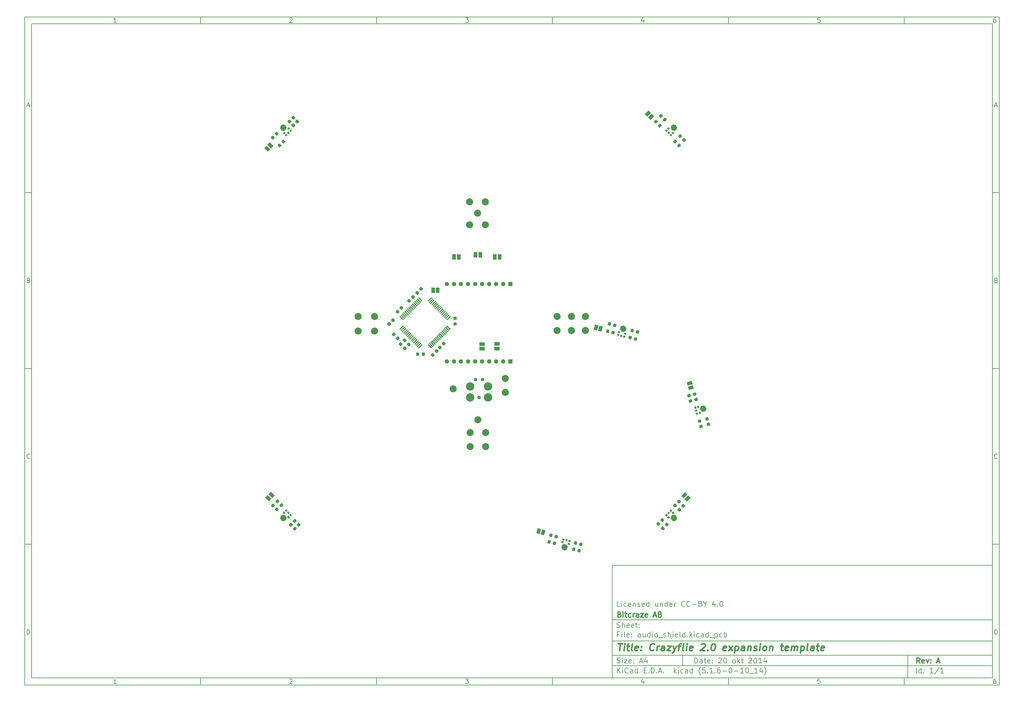
<source format=gbs>
%TF.GenerationSoftware,KiCad,Pcbnew,(5.1.6-0-10_14)*%
%TF.CreationDate,2020-07-21T12:28:25+02:00*%
%TF.ProjectId,audio_shield,61756469-6f5f-4736-9869-656c642e6b69,A*%
%TF.SameCoordinates,Original*%
%TF.FileFunction,Soldermask,Bot*%
%TF.FilePolarity,Negative*%
%FSLAX46Y46*%
G04 Gerber Fmt 4.6, Leading zero omitted, Abs format (unit mm)*
G04 Created by KiCad (PCBNEW (5.1.6-0-10_14)) date 2020-07-21 12:28:25*
%MOMM*%
%LPD*%
G01*
G04 APERTURE LIST*
%ADD10C,0.150000*%
%ADD11C,0.300000*%
%ADD12C,0.400000*%
%ADD13C,0.912000*%
%ADD14C,1.250000*%
%ADD15R,1.250000X1.250000*%
%ADD16C,0.990600*%
%ADD17C,2.374900*%
%ADD18C,0.500000*%
%ADD19C,2.000000*%
%ADD20R,1.000000X1.500000*%
%ADD21R,1.500000X1.000000*%
G04 APERTURE END LIST*
D10*
X177002200Y-166007200D02*
X177002200Y-198007200D01*
X285002200Y-198007200D01*
X285002200Y-166007200D01*
X177002200Y-166007200D01*
X10000000Y-10000000D02*
X10000000Y-200007200D01*
X287002200Y-200007200D01*
X287002200Y-10000000D01*
X10000000Y-10000000D01*
X12000000Y-12000000D02*
X12000000Y-198007200D01*
X285002200Y-198007200D01*
X285002200Y-12000000D01*
X12000000Y-12000000D01*
X60000000Y-12000000D02*
X60000000Y-10000000D01*
X110000000Y-12000000D02*
X110000000Y-10000000D01*
X160000000Y-12000000D02*
X160000000Y-10000000D01*
X210000000Y-12000000D02*
X210000000Y-10000000D01*
X260000000Y-12000000D02*
X260000000Y-10000000D01*
X36065476Y-11588095D02*
X35322619Y-11588095D01*
X35694047Y-11588095D02*
X35694047Y-10288095D01*
X35570238Y-10473809D01*
X35446428Y-10597619D01*
X35322619Y-10659523D01*
X85322619Y-10411904D02*
X85384523Y-10350000D01*
X85508333Y-10288095D01*
X85817857Y-10288095D01*
X85941666Y-10350000D01*
X86003571Y-10411904D01*
X86065476Y-10535714D01*
X86065476Y-10659523D01*
X86003571Y-10845238D01*
X85260714Y-11588095D01*
X86065476Y-11588095D01*
X135260714Y-10288095D02*
X136065476Y-10288095D01*
X135632142Y-10783333D01*
X135817857Y-10783333D01*
X135941666Y-10845238D01*
X136003571Y-10907142D01*
X136065476Y-11030952D01*
X136065476Y-11340476D01*
X136003571Y-11464285D01*
X135941666Y-11526190D01*
X135817857Y-11588095D01*
X135446428Y-11588095D01*
X135322619Y-11526190D01*
X135260714Y-11464285D01*
X185941666Y-10721428D02*
X185941666Y-11588095D01*
X185632142Y-10226190D02*
X185322619Y-11154761D01*
X186127380Y-11154761D01*
X236003571Y-10288095D02*
X235384523Y-10288095D01*
X235322619Y-10907142D01*
X235384523Y-10845238D01*
X235508333Y-10783333D01*
X235817857Y-10783333D01*
X235941666Y-10845238D01*
X236003571Y-10907142D01*
X236065476Y-11030952D01*
X236065476Y-11340476D01*
X236003571Y-11464285D01*
X235941666Y-11526190D01*
X235817857Y-11588095D01*
X235508333Y-11588095D01*
X235384523Y-11526190D01*
X235322619Y-11464285D01*
X285941666Y-10288095D02*
X285694047Y-10288095D01*
X285570238Y-10350000D01*
X285508333Y-10411904D01*
X285384523Y-10597619D01*
X285322619Y-10845238D01*
X285322619Y-11340476D01*
X285384523Y-11464285D01*
X285446428Y-11526190D01*
X285570238Y-11588095D01*
X285817857Y-11588095D01*
X285941666Y-11526190D01*
X286003571Y-11464285D01*
X286065476Y-11340476D01*
X286065476Y-11030952D01*
X286003571Y-10907142D01*
X285941666Y-10845238D01*
X285817857Y-10783333D01*
X285570238Y-10783333D01*
X285446428Y-10845238D01*
X285384523Y-10907142D01*
X285322619Y-11030952D01*
X60000000Y-198007200D02*
X60000000Y-200007200D01*
X110000000Y-198007200D02*
X110000000Y-200007200D01*
X160000000Y-198007200D02*
X160000000Y-200007200D01*
X210000000Y-198007200D02*
X210000000Y-200007200D01*
X260000000Y-198007200D02*
X260000000Y-200007200D01*
X36065476Y-199595295D02*
X35322619Y-199595295D01*
X35694047Y-199595295D02*
X35694047Y-198295295D01*
X35570238Y-198481009D01*
X35446428Y-198604819D01*
X35322619Y-198666723D01*
X85322619Y-198419104D02*
X85384523Y-198357200D01*
X85508333Y-198295295D01*
X85817857Y-198295295D01*
X85941666Y-198357200D01*
X86003571Y-198419104D01*
X86065476Y-198542914D01*
X86065476Y-198666723D01*
X86003571Y-198852438D01*
X85260714Y-199595295D01*
X86065476Y-199595295D01*
X135260714Y-198295295D02*
X136065476Y-198295295D01*
X135632142Y-198790533D01*
X135817857Y-198790533D01*
X135941666Y-198852438D01*
X136003571Y-198914342D01*
X136065476Y-199038152D01*
X136065476Y-199347676D01*
X136003571Y-199471485D01*
X135941666Y-199533390D01*
X135817857Y-199595295D01*
X135446428Y-199595295D01*
X135322619Y-199533390D01*
X135260714Y-199471485D01*
X185941666Y-198728628D02*
X185941666Y-199595295D01*
X185632142Y-198233390D02*
X185322619Y-199161961D01*
X186127380Y-199161961D01*
X236003571Y-198295295D02*
X235384523Y-198295295D01*
X235322619Y-198914342D01*
X235384523Y-198852438D01*
X235508333Y-198790533D01*
X235817857Y-198790533D01*
X235941666Y-198852438D01*
X236003571Y-198914342D01*
X236065476Y-199038152D01*
X236065476Y-199347676D01*
X236003571Y-199471485D01*
X235941666Y-199533390D01*
X235817857Y-199595295D01*
X235508333Y-199595295D01*
X235384523Y-199533390D01*
X235322619Y-199471485D01*
X285941666Y-198295295D02*
X285694047Y-198295295D01*
X285570238Y-198357200D01*
X285508333Y-198419104D01*
X285384523Y-198604819D01*
X285322619Y-198852438D01*
X285322619Y-199347676D01*
X285384523Y-199471485D01*
X285446428Y-199533390D01*
X285570238Y-199595295D01*
X285817857Y-199595295D01*
X285941666Y-199533390D01*
X286003571Y-199471485D01*
X286065476Y-199347676D01*
X286065476Y-199038152D01*
X286003571Y-198914342D01*
X285941666Y-198852438D01*
X285817857Y-198790533D01*
X285570238Y-198790533D01*
X285446428Y-198852438D01*
X285384523Y-198914342D01*
X285322619Y-199038152D01*
X10000000Y-60000000D02*
X12000000Y-60000000D01*
X10000000Y-110000000D02*
X12000000Y-110000000D01*
X10000000Y-160000000D02*
X12000000Y-160000000D01*
X10690476Y-35216666D02*
X11309523Y-35216666D01*
X10566666Y-35588095D02*
X11000000Y-34288095D01*
X11433333Y-35588095D01*
X11092857Y-84907142D02*
X11278571Y-84969047D01*
X11340476Y-85030952D01*
X11402380Y-85154761D01*
X11402380Y-85340476D01*
X11340476Y-85464285D01*
X11278571Y-85526190D01*
X11154761Y-85588095D01*
X10659523Y-85588095D01*
X10659523Y-84288095D01*
X11092857Y-84288095D01*
X11216666Y-84350000D01*
X11278571Y-84411904D01*
X11340476Y-84535714D01*
X11340476Y-84659523D01*
X11278571Y-84783333D01*
X11216666Y-84845238D01*
X11092857Y-84907142D01*
X10659523Y-84907142D01*
X11402380Y-135464285D02*
X11340476Y-135526190D01*
X11154761Y-135588095D01*
X11030952Y-135588095D01*
X10845238Y-135526190D01*
X10721428Y-135402380D01*
X10659523Y-135278571D01*
X10597619Y-135030952D01*
X10597619Y-134845238D01*
X10659523Y-134597619D01*
X10721428Y-134473809D01*
X10845238Y-134350000D01*
X11030952Y-134288095D01*
X11154761Y-134288095D01*
X11340476Y-134350000D01*
X11402380Y-134411904D01*
X10659523Y-185588095D02*
X10659523Y-184288095D01*
X10969047Y-184288095D01*
X11154761Y-184350000D01*
X11278571Y-184473809D01*
X11340476Y-184597619D01*
X11402380Y-184845238D01*
X11402380Y-185030952D01*
X11340476Y-185278571D01*
X11278571Y-185402380D01*
X11154761Y-185526190D01*
X10969047Y-185588095D01*
X10659523Y-185588095D01*
X287002200Y-60000000D02*
X285002200Y-60000000D01*
X287002200Y-110000000D02*
X285002200Y-110000000D01*
X287002200Y-160000000D02*
X285002200Y-160000000D01*
X285692676Y-35216666D02*
X286311723Y-35216666D01*
X285568866Y-35588095D02*
X286002200Y-34288095D01*
X286435533Y-35588095D01*
X286095057Y-84907142D02*
X286280771Y-84969047D01*
X286342676Y-85030952D01*
X286404580Y-85154761D01*
X286404580Y-85340476D01*
X286342676Y-85464285D01*
X286280771Y-85526190D01*
X286156961Y-85588095D01*
X285661723Y-85588095D01*
X285661723Y-84288095D01*
X286095057Y-84288095D01*
X286218866Y-84350000D01*
X286280771Y-84411904D01*
X286342676Y-84535714D01*
X286342676Y-84659523D01*
X286280771Y-84783333D01*
X286218866Y-84845238D01*
X286095057Y-84907142D01*
X285661723Y-84907142D01*
X286404580Y-135464285D02*
X286342676Y-135526190D01*
X286156961Y-135588095D01*
X286033152Y-135588095D01*
X285847438Y-135526190D01*
X285723628Y-135402380D01*
X285661723Y-135278571D01*
X285599819Y-135030952D01*
X285599819Y-134845238D01*
X285661723Y-134597619D01*
X285723628Y-134473809D01*
X285847438Y-134350000D01*
X286033152Y-134288095D01*
X286156961Y-134288095D01*
X286342676Y-134350000D01*
X286404580Y-134411904D01*
X285661723Y-185588095D02*
X285661723Y-184288095D01*
X285971247Y-184288095D01*
X286156961Y-184350000D01*
X286280771Y-184473809D01*
X286342676Y-184597619D01*
X286404580Y-184845238D01*
X286404580Y-185030952D01*
X286342676Y-185278571D01*
X286280771Y-185402380D01*
X286156961Y-185526190D01*
X285971247Y-185588095D01*
X285661723Y-185588095D01*
X200434342Y-193785771D02*
X200434342Y-192285771D01*
X200791485Y-192285771D01*
X201005771Y-192357200D01*
X201148628Y-192500057D01*
X201220057Y-192642914D01*
X201291485Y-192928628D01*
X201291485Y-193142914D01*
X201220057Y-193428628D01*
X201148628Y-193571485D01*
X201005771Y-193714342D01*
X200791485Y-193785771D01*
X200434342Y-193785771D01*
X202577200Y-193785771D02*
X202577200Y-193000057D01*
X202505771Y-192857200D01*
X202362914Y-192785771D01*
X202077200Y-192785771D01*
X201934342Y-192857200D01*
X202577200Y-193714342D02*
X202434342Y-193785771D01*
X202077200Y-193785771D01*
X201934342Y-193714342D01*
X201862914Y-193571485D01*
X201862914Y-193428628D01*
X201934342Y-193285771D01*
X202077200Y-193214342D01*
X202434342Y-193214342D01*
X202577200Y-193142914D01*
X203077200Y-192785771D02*
X203648628Y-192785771D01*
X203291485Y-192285771D02*
X203291485Y-193571485D01*
X203362914Y-193714342D01*
X203505771Y-193785771D01*
X203648628Y-193785771D01*
X204720057Y-193714342D02*
X204577200Y-193785771D01*
X204291485Y-193785771D01*
X204148628Y-193714342D01*
X204077200Y-193571485D01*
X204077200Y-193000057D01*
X204148628Y-192857200D01*
X204291485Y-192785771D01*
X204577200Y-192785771D01*
X204720057Y-192857200D01*
X204791485Y-193000057D01*
X204791485Y-193142914D01*
X204077200Y-193285771D01*
X205434342Y-193642914D02*
X205505771Y-193714342D01*
X205434342Y-193785771D01*
X205362914Y-193714342D01*
X205434342Y-193642914D01*
X205434342Y-193785771D01*
X205434342Y-192857200D02*
X205505771Y-192928628D01*
X205434342Y-193000057D01*
X205362914Y-192928628D01*
X205434342Y-192857200D01*
X205434342Y-193000057D01*
X207220057Y-192428628D02*
X207291485Y-192357200D01*
X207434342Y-192285771D01*
X207791485Y-192285771D01*
X207934342Y-192357200D01*
X208005771Y-192428628D01*
X208077200Y-192571485D01*
X208077200Y-192714342D01*
X208005771Y-192928628D01*
X207148628Y-193785771D01*
X208077200Y-193785771D01*
X209005771Y-192285771D02*
X209148628Y-192285771D01*
X209291485Y-192357200D01*
X209362914Y-192428628D01*
X209434342Y-192571485D01*
X209505771Y-192857200D01*
X209505771Y-193214342D01*
X209434342Y-193500057D01*
X209362914Y-193642914D01*
X209291485Y-193714342D01*
X209148628Y-193785771D01*
X209005771Y-193785771D01*
X208862914Y-193714342D01*
X208791485Y-193642914D01*
X208720057Y-193500057D01*
X208648628Y-193214342D01*
X208648628Y-192857200D01*
X208720057Y-192571485D01*
X208791485Y-192428628D01*
X208862914Y-192357200D01*
X209005771Y-192285771D01*
X211505771Y-193785771D02*
X211362914Y-193714342D01*
X211291485Y-193642914D01*
X211220057Y-193500057D01*
X211220057Y-193071485D01*
X211291485Y-192928628D01*
X211362914Y-192857200D01*
X211505771Y-192785771D01*
X211720057Y-192785771D01*
X211862914Y-192857200D01*
X211934342Y-192928628D01*
X212005771Y-193071485D01*
X212005771Y-193500057D01*
X211934342Y-193642914D01*
X211862914Y-193714342D01*
X211720057Y-193785771D01*
X211505771Y-193785771D01*
X212648628Y-193785771D02*
X212648628Y-192285771D01*
X212791485Y-193214342D02*
X213220057Y-193785771D01*
X213220057Y-192785771D02*
X212648628Y-193357200D01*
X213648628Y-192785771D02*
X214220057Y-192785771D01*
X213862914Y-192285771D02*
X213862914Y-193571485D01*
X213934342Y-193714342D01*
X214077200Y-193785771D01*
X214220057Y-193785771D01*
X215791485Y-192428628D02*
X215862914Y-192357200D01*
X216005771Y-192285771D01*
X216362914Y-192285771D01*
X216505771Y-192357200D01*
X216577200Y-192428628D01*
X216648628Y-192571485D01*
X216648628Y-192714342D01*
X216577200Y-192928628D01*
X215720057Y-193785771D01*
X216648628Y-193785771D01*
X217577200Y-192285771D02*
X217720057Y-192285771D01*
X217862914Y-192357200D01*
X217934342Y-192428628D01*
X218005771Y-192571485D01*
X218077200Y-192857200D01*
X218077200Y-193214342D01*
X218005771Y-193500057D01*
X217934342Y-193642914D01*
X217862914Y-193714342D01*
X217720057Y-193785771D01*
X217577200Y-193785771D01*
X217434342Y-193714342D01*
X217362914Y-193642914D01*
X217291485Y-193500057D01*
X217220057Y-193214342D01*
X217220057Y-192857200D01*
X217291485Y-192571485D01*
X217362914Y-192428628D01*
X217434342Y-192357200D01*
X217577200Y-192285771D01*
X219505771Y-193785771D02*
X218648628Y-193785771D01*
X219077200Y-193785771D02*
X219077200Y-192285771D01*
X218934342Y-192500057D01*
X218791485Y-192642914D01*
X218648628Y-192714342D01*
X220791485Y-192785771D02*
X220791485Y-193785771D01*
X220434342Y-192214342D02*
X220077200Y-193285771D01*
X221005771Y-193285771D01*
X177002200Y-194507200D02*
X285002200Y-194507200D01*
X178434342Y-196585771D02*
X178434342Y-195085771D01*
X179291485Y-196585771D02*
X178648628Y-195728628D01*
X179291485Y-195085771D02*
X178434342Y-195942914D01*
X179934342Y-196585771D02*
X179934342Y-195585771D01*
X179934342Y-195085771D02*
X179862914Y-195157200D01*
X179934342Y-195228628D01*
X180005771Y-195157200D01*
X179934342Y-195085771D01*
X179934342Y-195228628D01*
X181505771Y-196442914D02*
X181434342Y-196514342D01*
X181220057Y-196585771D01*
X181077200Y-196585771D01*
X180862914Y-196514342D01*
X180720057Y-196371485D01*
X180648628Y-196228628D01*
X180577200Y-195942914D01*
X180577200Y-195728628D01*
X180648628Y-195442914D01*
X180720057Y-195300057D01*
X180862914Y-195157200D01*
X181077200Y-195085771D01*
X181220057Y-195085771D01*
X181434342Y-195157200D01*
X181505771Y-195228628D01*
X182791485Y-196585771D02*
X182791485Y-195800057D01*
X182720057Y-195657200D01*
X182577200Y-195585771D01*
X182291485Y-195585771D01*
X182148628Y-195657200D01*
X182791485Y-196514342D02*
X182648628Y-196585771D01*
X182291485Y-196585771D01*
X182148628Y-196514342D01*
X182077200Y-196371485D01*
X182077200Y-196228628D01*
X182148628Y-196085771D01*
X182291485Y-196014342D01*
X182648628Y-196014342D01*
X182791485Y-195942914D01*
X184148628Y-196585771D02*
X184148628Y-195085771D01*
X184148628Y-196514342D02*
X184005771Y-196585771D01*
X183720057Y-196585771D01*
X183577200Y-196514342D01*
X183505771Y-196442914D01*
X183434342Y-196300057D01*
X183434342Y-195871485D01*
X183505771Y-195728628D01*
X183577200Y-195657200D01*
X183720057Y-195585771D01*
X184005771Y-195585771D01*
X184148628Y-195657200D01*
X186005771Y-195800057D02*
X186505771Y-195800057D01*
X186720057Y-196585771D02*
X186005771Y-196585771D01*
X186005771Y-195085771D01*
X186720057Y-195085771D01*
X187362914Y-196442914D02*
X187434342Y-196514342D01*
X187362914Y-196585771D01*
X187291485Y-196514342D01*
X187362914Y-196442914D01*
X187362914Y-196585771D01*
X188077200Y-196585771D02*
X188077200Y-195085771D01*
X188434342Y-195085771D01*
X188648628Y-195157200D01*
X188791485Y-195300057D01*
X188862914Y-195442914D01*
X188934342Y-195728628D01*
X188934342Y-195942914D01*
X188862914Y-196228628D01*
X188791485Y-196371485D01*
X188648628Y-196514342D01*
X188434342Y-196585771D01*
X188077200Y-196585771D01*
X189577200Y-196442914D02*
X189648628Y-196514342D01*
X189577200Y-196585771D01*
X189505771Y-196514342D01*
X189577200Y-196442914D01*
X189577200Y-196585771D01*
X190220057Y-196157200D02*
X190934342Y-196157200D01*
X190077200Y-196585771D02*
X190577200Y-195085771D01*
X191077200Y-196585771D01*
X191577200Y-196442914D02*
X191648628Y-196514342D01*
X191577200Y-196585771D01*
X191505771Y-196514342D01*
X191577200Y-196442914D01*
X191577200Y-196585771D01*
X194577200Y-196585771D02*
X194577200Y-195085771D01*
X194720057Y-196014342D02*
X195148628Y-196585771D01*
X195148628Y-195585771D02*
X194577200Y-196157200D01*
X195791485Y-196585771D02*
X195791485Y-195585771D01*
X195791485Y-195085771D02*
X195720057Y-195157200D01*
X195791485Y-195228628D01*
X195862914Y-195157200D01*
X195791485Y-195085771D01*
X195791485Y-195228628D01*
X197148628Y-196514342D02*
X197005771Y-196585771D01*
X196720057Y-196585771D01*
X196577200Y-196514342D01*
X196505771Y-196442914D01*
X196434342Y-196300057D01*
X196434342Y-195871485D01*
X196505771Y-195728628D01*
X196577200Y-195657200D01*
X196720057Y-195585771D01*
X197005771Y-195585771D01*
X197148628Y-195657200D01*
X198434342Y-196585771D02*
X198434342Y-195800057D01*
X198362914Y-195657200D01*
X198220057Y-195585771D01*
X197934342Y-195585771D01*
X197791485Y-195657200D01*
X198434342Y-196514342D02*
X198291485Y-196585771D01*
X197934342Y-196585771D01*
X197791485Y-196514342D01*
X197720057Y-196371485D01*
X197720057Y-196228628D01*
X197791485Y-196085771D01*
X197934342Y-196014342D01*
X198291485Y-196014342D01*
X198434342Y-195942914D01*
X199791485Y-196585771D02*
X199791485Y-195085771D01*
X199791485Y-196514342D02*
X199648628Y-196585771D01*
X199362914Y-196585771D01*
X199220057Y-196514342D01*
X199148628Y-196442914D01*
X199077200Y-196300057D01*
X199077200Y-195871485D01*
X199148628Y-195728628D01*
X199220057Y-195657200D01*
X199362914Y-195585771D01*
X199648628Y-195585771D01*
X199791485Y-195657200D01*
X202077200Y-197157200D02*
X202005771Y-197085771D01*
X201862914Y-196871485D01*
X201791485Y-196728628D01*
X201720057Y-196514342D01*
X201648628Y-196157200D01*
X201648628Y-195871485D01*
X201720057Y-195514342D01*
X201791485Y-195300057D01*
X201862914Y-195157200D01*
X202005771Y-194942914D01*
X202077200Y-194871485D01*
X203362914Y-195085771D02*
X202648628Y-195085771D01*
X202577200Y-195800057D01*
X202648628Y-195728628D01*
X202791485Y-195657200D01*
X203148628Y-195657200D01*
X203291485Y-195728628D01*
X203362914Y-195800057D01*
X203434342Y-195942914D01*
X203434342Y-196300057D01*
X203362914Y-196442914D01*
X203291485Y-196514342D01*
X203148628Y-196585771D01*
X202791485Y-196585771D01*
X202648628Y-196514342D01*
X202577200Y-196442914D01*
X204077200Y-196442914D02*
X204148628Y-196514342D01*
X204077200Y-196585771D01*
X204005771Y-196514342D01*
X204077200Y-196442914D01*
X204077200Y-196585771D01*
X205577200Y-196585771D02*
X204720057Y-196585771D01*
X205148628Y-196585771D02*
X205148628Y-195085771D01*
X205005771Y-195300057D01*
X204862914Y-195442914D01*
X204720057Y-195514342D01*
X206220057Y-196442914D02*
X206291485Y-196514342D01*
X206220057Y-196585771D01*
X206148628Y-196514342D01*
X206220057Y-196442914D01*
X206220057Y-196585771D01*
X207577200Y-195085771D02*
X207291485Y-195085771D01*
X207148628Y-195157200D01*
X207077200Y-195228628D01*
X206934342Y-195442914D01*
X206862914Y-195728628D01*
X206862914Y-196300057D01*
X206934342Y-196442914D01*
X207005771Y-196514342D01*
X207148628Y-196585771D01*
X207434342Y-196585771D01*
X207577200Y-196514342D01*
X207648628Y-196442914D01*
X207720057Y-196300057D01*
X207720057Y-195942914D01*
X207648628Y-195800057D01*
X207577200Y-195728628D01*
X207434342Y-195657200D01*
X207148628Y-195657200D01*
X207005771Y-195728628D01*
X206934342Y-195800057D01*
X206862914Y-195942914D01*
X208362914Y-196014342D02*
X209505771Y-196014342D01*
X210505771Y-195085771D02*
X210648628Y-195085771D01*
X210791485Y-195157200D01*
X210862914Y-195228628D01*
X210934342Y-195371485D01*
X211005771Y-195657200D01*
X211005771Y-196014342D01*
X210934342Y-196300057D01*
X210862914Y-196442914D01*
X210791485Y-196514342D01*
X210648628Y-196585771D01*
X210505771Y-196585771D01*
X210362914Y-196514342D01*
X210291485Y-196442914D01*
X210220057Y-196300057D01*
X210148628Y-196014342D01*
X210148628Y-195657200D01*
X210220057Y-195371485D01*
X210291485Y-195228628D01*
X210362914Y-195157200D01*
X210505771Y-195085771D01*
X211648628Y-196014342D02*
X212791485Y-196014342D01*
X214291485Y-196585771D02*
X213434342Y-196585771D01*
X213862914Y-196585771D02*
X213862914Y-195085771D01*
X213720057Y-195300057D01*
X213577200Y-195442914D01*
X213434342Y-195514342D01*
X215220057Y-195085771D02*
X215362914Y-195085771D01*
X215505771Y-195157200D01*
X215577200Y-195228628D01*
X215648628Y-195371485D01*
X215720057Y-195657200D01*
X215720057Y-196014342D01*
X215648628Y-196300057D01*
X215577200Y-196442914D01*
X215505771Y-196514342D01*
X215362914Y-196585771D01*
X215220057Y-196585771D01*
X215077200Y-196514342D01*
X215005771Y-196442914D01*
X214934342Y-196300057D01*
X214862914Y-196014342D01*
X214862914Y-195657200D01*
X214934342Y-195371485D01*
X215005771Y-195228628D01*
X215077200Y-195157200D01*
X215220057Y-195085771D01*
X216005771Y-196728628D02*
X217148628Y-196728628D01*
X218291485Y-196585771D02*
X217434342Y-196585771D01*
X217862914Y-196585771D02*
X217862914Y-195085771D01*
X217720057Y-195300057D01*
X217577200Y-195442914D01*
X217434342Y-195514342D01*
X219577200Y-195585771D02*
X219577200Y-196585771D01*
X219220057Y-195014342D02*
X218862914Y-196085771D01*
X219791485Y-196085771D01*
X220220057Y-197157200D02*
X220291485Y-197085771D01*
X220434342Y-196871485D01*
X220505771Y-196728628D01*
X220577200Y-196514342D01*
X220648628Y-196157200D01*
X220648628Y-195871485D01*
X220577200Y-195514342D01*
X220505771Y-195300057D01*
X220434342Y-195157200D01*
X220291485Y-194942914D01*
X220220057Y-194871485D01*
X177002200Y-191507200D02*
X285002200Y-191507200D01*
D11*
X264411485Y-193785771D02*
X263911485Y-193071485D01*
X263554342Y-193785771D02*
X263554342Y-192285771D01*
X264125771Y-192285771D01*
X264268628Y-192357200D01*
X264340057Y-192428628D01*
X264411485Y-192571485D01*
X264411485Y-192785771D01*
X264340057Y-192928628D01*
X264268628Y-193000057D01*
X264125771Y-193071485D01*
X263554342Y-193071485D01*
X265625771Y-193714342D02*
X265482914Y-193785771D01*
X265197200Y-193785771D01*
X265054342Y-193714342D01*
X264982914Y-193571485D01*
X264982914Y-193000057D01*
X265054342Y-192857200D01*
X265197200Y-192785771D01*
X265482914Y-192785771D01*
X265625771Y-192857200D01*
X265697200Y-193000057D01*
X265697200Y-193142914D01*
X264982914Y-193285771D01*
X266197200Y-192785771D02*
X266554342Y-193785771D01*
X266911485Y-192785771D01*
X267482914Y-193642914D02*
X267554342Y-193714342D01*
X267482914Y-193785771D01*
X267411485Y-193714342D01*
X267482914Y-193642914D01*
X267482914Y-193785771D01*
X267482914Y-192857200D02*
X267554342Y-192928628D01*
X267482914Y-193000057D01*
X267411485Y-192928628D01*
X267482914Y-192857200D01*
X267482914Y-193000057D01*
X269268628Y-193357200D02*
X269982914Y-193357200D01*
X269125771Y-193785771D02*
X269625771Y-192285771D01*
X270125771Y-193785771D01*
D10*
X178362914Y-193714342D02*
X178577200Y-193785771D01*
X178934342Y-193785771D01*
X179077200Y-193714342D01*
X179148628Y-193642914D01*
X179220057Y-193500057D01*
X179220057Y-193357200D01*
X179148628Y-193214342D01*
X179077200Y-193142914D01*
X178934342Y-193071485D01*
X178648628Y-193000057D01*
X178505771Y-192928628D01*
X178434342Y-192857200D01*
X178362914Y-192714342D01*
X178362914Y-192571485D01*
X178434342Y-192428628D01*
X178505771Y-192357200D01*
X178648628Y-192285771D01*
X179005771Y-192285771D01*
X179220057Y-192357200D01*
X179862914Y-193785771D02*
X179862914Y-192785771D01*
X179862914Y-192285771D02*
X179791485Y-192357200D01*
X179862914Y-192428628D01*
X179934342Y-192357200D01*
X179862914Y-192285771D01*
X179862914Y-192428628D01*
X180434342Y-192785771D02*
X181220057Y-192785771D01*
X180434342Y-193785771D01*
X181220057Y-193785771D01*
X182362914Y-193714342D02*
X182220057Y-193785771D01*
X181934342Y-193785771D01*
X181791485Y-193714342D01*
X181720057Y-193571485D01*
X181720057Y-193000057D01*
X181791485Y-192857200D01*
X181934342Y-192785771D01*
X182220057Y-192785771D01*
X182362914Y-192857200D01*
X182434342Y-193000057D01*
X182434342Y-193142914D01*
X181720057Y-193285771D01*
X183077200Y-193642914D02*
X183148628Y-193714342D01*
X183077200Y-193785771D01*
X183005771Y-193714342D01*
X183077200Y-193642914D01*
X183077200Y-193785771D01*
X183077200Y-192857200D02*
X183148628Y-192928628D01*
X183077200Y-193000057D01*
X183005771Y-192928628D01*
X183077200Y-192857200D01*
X183077200Y-193000057D01*
X184862914Y-193357200D02*
X185577200Y-193357200D01*
X184720057Y-193785771D02*
X185220057Y-192285771D01*
X185720057Y-193785771D01*
X186862914Y-192785771D02*
X186862914Y-193785771D01*
X186505771Y-192214342D02*
X186148628Y-193285771D01*
X187077200Y-193285771D01*
X263434342Y-196585771D02*
X263434342Y-195085771D01*
X264791485Y-196585771D02*
X264791485Y-195085771D01*
X264791485Y-196514342D02*
X264648628Y-196585771D01*
X264362914Y-196585771D01*
X264220057Y-196514342D01*
X264148628Y-196442914D01*
X264077200Y-196300057D01*
X264077200Y-195871485D01*
X264148628Y-195728628D01*
X264220057Y-195657200D01*
X264362914Y-195585771D01*
X264648628Y-195585771D01*
X264791485Y-195657200D01*
X265505771Y-196442914D02*
X265577200Y-196514342D01*
X265505771Y-196585771D01*
X265434342Y-196514342D01*
X265505771Y-196442914D01*
X265505771Y-196585771D01*
X265505771Y-195657200D02*
X265577200Y-195728628D01*
X265505771Y-195800057D01*
X265434342Y-195728628D01*
X265505771Y-195657200D01*
X265505771Y-195800057D01*
X268148628Y-196585771D02*
X267291485Y-196585771D01*
X267720057Y-196585771D02*
X267720057Y-195085771D01*
X267577200Y-195300057D01*
X267434342Y-195442914D01*
X267291485Y-195514342D01*
X269862914Y-195014342D02*
X268577200Y-196942914D01*
X271148628Y-196585771D02*
X270291485Y-196585771D01*
X270720057Y-196585771D02*
X270720057Y-195085771D01*
X270577200Y-195300057D01*
X270434342Y-195442914D01*
X270291485Y-195514342D01*
X177002200Y-187507200D02*
X285002200Y-187507200D01*
D12*
X178714580Y-188211961D02*
X179857438Y-188211961D01*
X179036009Y-190211961D02*
X179286009Y-188211961D01*
X180274104Y-190211961D02*
X180440771Y-188878628D01*
X180524104Y-188211961D02*
X180416961Y-188307200D01*
X180500295Y-188402438D01*
X180607438Y-188307200D01*
X180524104Y-188211961D01*
X180500295Y-188402438D01*
X181107438Y-188878628D02*
X181869342Y-188878628D01*
X181476485Y-188211961D02*
X181262200Y-189926247D01*
X181333628Y-190116723D01*
X181512200Y-190211961D01*
X181702676Y-190211961D01*
X182655057Y-190211961D02*
X182476485Y-190116723D01*
X182405057Y-189926247D01*
X182619342Y-188211961D01*
X184190771Y-190116723D02*
X183988390Y-190211961D01*
X183607438Y-190211961D01*
X183428866Y-190116723D01*
X183357438Y-189926247D01*
X183452676Y-189164342D01*
X183571723Y-188973866D01*
X183774104Y-188878628D01*
X184155057Y-188878628D01*
X184333628Y-188973866D01*
X184405057Y-189164342D01*
X184381247Y-189354819D01*
X183405057Y-189545295D01*
X185155057Y-190021485D02*
X185238390Y-190116723D01*
X185131247Y-190211961D01*
X185047914Y-190116723D01*
X185155057Y-190021485D01*
X185131247Y-190211961D01*
X185286009Y-188973866D02*
X185369342Y-189069104D01*
X185262200Y-189164342D01*
X185178866Y-189069104D01*
X185286009Y-188973866D01*
X185262200Y-189164342D01*
X188774104Y-190021485D02*
X188666961Y-190116723D01*
X188369342Y-190211961D01*
X188178866Y-190211961D01*
X187905057Y-190116723D01*
X187738390Y-189926247D01*
X187666961Y-189735771D01*
X187619342Y-189354819D01*
X187655057Y-189069104D01*
X187797914Y-188688152D01*
X187916961Y-188497676D01*
X188131247Y-188307200D01*
X188428866Y-188211961D01*
X188619342Y-188211961D01*
X188893152Y-188307200D01*
X188976485Y-188402438D01*
X189607438Y-190211961D02*
X189774104Y-188878628D01*
X189726485Y-189259580D02*
X189845533Y-189069104D01*
X189952676Y-188973866D01*
X190155057Y-188878628D01*
X190345533Y-188878628D01*
X191702676Y-190211961D02*
X191833628Y-189164342D01*
X191762200Y-188973866D01*
X191583628Y-188878628D01*
X191202676Y-188878628D01*
X191000295Y-188973866D01*
X191714580Y-190116723D02*
X191512200Y-190211961D01*
X191036009Y-190211961D01*
X190857438Y-190116723D01*
X190786009Y-189926247D01*
X190809819Y-189735771D01*
X190928866Y-189545295D01*
X191131247Y-189450057D01*
X191607438Y-189450057D01*
X191809819Y-189354819D01*
X192631247Y-188878628D02*
X193678866Y-188878628D01*
X192464580Y-190211961D01*
X193512200Y-190211961D01*
X194250295Y-188878628D02*
X194559819Y-190211961D01*
X195202676Y-188878628D02*
X194559819Y-190211961D01*
X194309819Y-190688152D01*
X194202676Y-190783390D01*
X194000295Y-190878628D01*
X195678866Y-188878628D02*
X196440771Y-188878628D01*
X195797914Y-190211961D02*
X196012200Y-188497676D01*
X196131247Y-188307200D01*
X196333628Y-188211961D01*
X196524104Y-188211961D01*
X197226485Y-190211961D02*
X197047914Y-190116723D01*
X196976485Y-189926247D01*
X197190771Y-188211961D01*
X197988390Y-190211961D02*
X198155057Y-188878628D01*
X198238390Y-188211961D02*
X198131247Y-188307200D01*
X198214580Y-188402438D01*
X198321723Y-188307200D01*
X198238390Y-188211961D01*
X198214580Y-188402438D01*
X199714580Y-190116723D02*
X199512200Y-190211961D01*
X199131247Y-190211961D01*
X198952676Y-190116723D01*
X198881247Y-189926247D01*
X198976485Y-189164342D01*
X199095533Y-188973866D01*
X199297914Y-188878628D01*
X199678866Y-188878628D01*
X199857438Y-188973866D01*
X199928866Y-189164342D01*
X199905057Y-189354819D01*
X198928866Y-189545295D01*
X202309819Y-188402438D02*
X202416961Y-188307200D01*
X202619342Y-188211961D01*
X203095533Y-188211961D01*
X203274104Y-188307200D01*
X203357438Y-188402438D01*
X203428866Y-188592914D01*
X203405057Y-188783390D01*
X203274104Y-189069104D01*
X201988390Y-190211961D01*
X203226485Y-190211961D01*
X204107438Y-190021485D02*
X204190771Y-190116723D01*
X204083628Y-190211961D01*
X204000295Y-190116723D01*
X204107438Y-190021485D01*
X204083628Y-190211961D01*
X205666961Y-188211961D02*
X205857438Y-188211961D01*
X206036009Y-188307200D01*
X206119342Y-188402438D01*
X206190771Y-188592914D01*
X206238390Y-188973866D01*
X206178866Y-189450057D01*
X206036009Y-189831009D01*
X205916961Y-190021485D01*
X205809819Y-190116723D01*
X205607438Y-190211961D01*
X205416961Y-190211961D01*
X205238390Y-190116723D01*
X205155057Y-190021485D01*
X205083628Y-189831009D01*
X205036009Y-189450057D01*
X205095533Y-188973866D01*
X205238390Y-188592914D01*
X205357438Y-188402438D01*
X205464580Y-188307200D01*
X205666961Y-188211961D01*
X209238390Y-190116723D02*
X209036009Y-190211961D01*
X208655057Y-190211961D01*
X208476485Y-190116723D01*
X208405057Y-189926247D01*
X208500295Y-189164342D01*
X208619342Y-188973866D01*
X208821723Y-188878628D01*
X209202676Y-188878628D01*
X209381247Y-188973866D01*
X209452676Y-189164342D01*
X209428866Y-189354819D01*
X208452676Y-189545295D01*
X209988390Y-190211961D02*
X211202676Y-188878628D01*
X210155057Y-188878628D02*
X211036009Y-190211961D01*
X211964580Y-188878628D02*
X211714580Y-190878628D01*
X211952676Y-188973866D02*
X212155057Y-188878628D01*
X212536009Y-188878628D01*
X212714580Y-188973866D01*
X212797914Y-189069104D01*
X212869342Y-189259580D01*
X212797914Y-189831009D01*
X212678866Y-190021485D01*
X212571723Y-190116723D01*
X212369342Y-190211961D01*
X211988390Y-190211961D01*
X211809819Y-190116723D01*
X214464580Y-190211961D02*
X214595533Y-189164342D01*
X214524104Y-188973866D01*
X214345533Y-188878628D01*
X213964580Y-188878628D01*
X213762200Y-188973866D01*
X214476485Y-190116723D02*
X214274104Y-190211961D01*
X213797914Y-190211961D01*
X213619342Y-190116723D01*
X213547914Y-189926247D01*
X213571723Y-189735771D01*
X213690771Y-189545295D01*
X213893152Y-189450057D01*
X214369342Y-189450057D01*
X214571723Y-189354819D01*
X215583628Y-188878628D02*
X215416961Y-190211961D01*
X215559819Y-189069104D02*
X215666961Y-188973866D01*
X215869342Y-188878628D01*
X216155057Y-188878628D01*
X216333628Y-188973866D01*
X216405057Y-189164342D01*
X216274104Y-190211961D01*
X217143152Y-190116723D02*
X217321723Y-190211961D01*
X217702676Y-190211961D01*
X217905057Y-190116723D01*
X218024104Y-189926247D01*
X218036009Y-189831009D01*
X217964580Y-189640533D01*
X217786009Y-189545295D01*
X217500295Y-189545295D01*
X217321723Y-189450057D01*
X217250295Y-189259580D01*
X217262199Y-189164342D01*
X217381247Y-188973866D01*
X217583628Y-188878628D01*
X217869342Y-188878628D01*
X218047914Y-188973866D01*
X218845533Y-190211961D02*
X219012199Y-188878628D01*
X219095533Y-188211961D02*
X218988390Y-188307200D01*
X219071723Y-188402438D01*
X219178866Y-188307200D01*
X219095533Y-188211961D01*
X219071723Y-188402438D01*
X220083628Y-190211961D02*
X219905057Y-190116723D01*
X219821723Y-190021485D01*
X219750295Y-189831009D01*
X219821723Y-189259580D01*
X219940771Y-189069104D01*
X220047914Y-188973866D01*
X220250295Y-188878628D01*
X220536009Y-188878628D01*
X220714580Y-188973866D01*
X220797914Y-189069104D01*
X220869342Y-189259580D01*
X220797914Y-189831009D01*
X220678866Y-190021485D01*
X220571723Y-190116723D01*
X220369342Y-190211961D01*
X220083628Y-190211961D01*
X221774104Y-188878628D02*
X221607438Y-190211961D01*
X221750295Y-189069104D02*
X221857438Y-188973866D01*
X222059819Y-188878628D01*
X222345533Y-188878628D01*
X222524104Y-188973866D01*
X222595533Y-189164342D01*
X222464580Y-190211961D01*
X224821723Y-188878628D02*
X225583628Y-188878628D01*
X225190771Y-188211961D02*
X224976485Y-189926247D01*
X225047914Y-190116723D01*
X225226485Y-190211961D01*
X225416961Y-190211961D01*
X226857438Y-190116723D02*
X226655057Y-190211961D01*
X226274104Y-190211961D01*
X226095533Y-190116723D01*
X226024104Y-189926247D01*
X226119342Y-189164342D01*
X226238390Y-188973866D01*
X226440771Y-188878628D01*
X226821723Y-188878628D01*
X227000295Y-188973866D01*
X227071723Y-189164342D01*
X227047914Y-189354819D01*
X226071723Y-189545295D01*
X227797914Y-190211961D02*
X227964580Y-188878628D01*
X227940771Y-189069104D02*
X228047914Y-188973866D01*
X228250295Y-188878628D01*
X228536009Y-188878628D01*
X228714580Y-188973866D01*
X228786009Y-189164342D01*
X228655057Y-190211961D01*
X228786009Y-189164342D02*
X228905057Y-188973866D01*
X229107438Y-188878628D01*
X229393152Y-188878628D01*
X229571723Y-188973866D01*
X229643152Y-189164342D01*
X229512199Y-190211961D01*
X230631247Y-188878628D02*
X230381247Y-190878628D01*
X230619342Y-188973866D02*
X230821723Y-188878628D01*
X231202676Y-188878628D01*
X231381247Y-188973866D01*
X231464580Y-189069104D01*
X231536009Y-189259580D01*
X231464580Y-189831009D01*
X231345533Y-190021485D01*
X231238390Y-190116723D01*
X231036009Y-190211961D01*
X230655057Y-190211961D01*
X230476485Y-190116723D01*
X232559819Y-190211961D02*
X232381247Y-190116723D01*
X232309819Y-189926247D01*
X232524104Y-188211961D01*
X234178866Y-190211961D02*
X234309819Y-189164342D01*
X234238390Y-188973866D01*
X234059819Y-188878628D01*
X233678866Y-188878628D01*
X233476485Y-188973866D01*
X234190771Y-190116723D02*
X233988390Y-190211961D01*
X233512199Y-190211961D01*
X233333628Y-190116723D01*
X233262199Y-189926247D01*
X233286009Y-189735771D01*
X233405057Y-189545295D01*
X233607438Y-189450057D01*
X234083628Y-189450057D01*
X234286009Y-189354819D01*
X235012199Y-188878628D02*
X235774104Y-188878628D01*
X235381247Y-188211961D02*
X235166961Y-189926247D01*
X235238390Y-190116723D01*
X235416961Y-190211961D01*
X235607438Y-190211961D01*
X237047914Y-190116723D02*
X236845533Y-190211961D01*
X236464580Y-190211961D01*
X236286009Y-190116723D01*
X236214580Y-189926247D01*
X236309819Y-189164342D01*
X236428866Y-188973866D01*
X236631247Y-188878628D01*
X237012199Y-188878628D01*
X237190771Y-188973866D01*
X237262199Y-189164342D01*
X237238390Y-189354819D01*
X236262199Y-189545295D01*
D10*
X178934342Y-185600057D02*
X178434342Y-185600057D01*
X178434342Y-186385771D02*
X178434342Y-184885771D01*
X179148628Y-184885771D01*
X179720057Y-186385771D02*
X179720057Y-185385771D01*
X179720057Y-184885771D02*
X179648628Y-184957200D01*
X179720057Y-185028628D01*
X179791485Y-184957200D01*
X179720057Y-184885771D01*
X179720057Y-185028628D01*
X180648628Y-186385771D02*
X180505771Y-186314342D01*
X180434342Y-186171485D01*
X180434342Y-184885771D01*
X181791485Y-186314342D02*
X181648628Y-186385771D01*
X181362914Y-186385771D01*
X181220057Y-186314342D01*
X181148628Y-186171485D01*
X181148628Y-185600057D01*
X181220057Y-185457200D01*
X181362914Y-185385771D01*
X181648628Y-185385771D01*
X181791485Y-185457200D01*
X181862914Y-185600057D01*
X181862914Y-185742914D01*
X181148628Y-185885771D01*
X182505771Y-186242914D02*
X182577200Y-186314342D01*
X182505771Y-186385771D01*
X182434342Y-186314342D01*
X182505771Y-186242914D01*
X182505771Y-186385771D01*
X182505771Y-185457200D02*
X182577200Y-185528628D01*
X182505771Y-185600057D01*
X182434342Y-185528628D01*
X182505771Y-185457200D01*
X182505771Y-185600057D01*
X185005771Y-186385771D02*
X185005771Y-185600057D01*
X184934342Y-185457200D01*
X184791485Y-185385771D01*
X184505771Y-185385771D01*
X184362914Y-185457200D01*
X185005771Y-186314342D02*
X184862914Y-186385771D01*
X184505771Y-186385771D01*
X184362914Y-186314342D01*
X184291485Y-186171485D01*
X184291485Y-186028628D01*
X184362914Y-185885771D01*
X184505771Y-185814342D01*
X184862914Y-185814342D01*
X185005771Y-185742914D01*
X186362914Y-185385771D02*
X186362914Y-186385771D01*
X185720057Y-185385771D02*
X185720057Y-186171485D01*
X185791485Y-186314342D01*
X185934342Y-186385771D01*
X186148628Y-186385771D01*
X186291485Y-186314342D01*
X186362914Y-186242914D01*
X187720057Y-186385771D02*
X187720057Y-184885771D01*
X187720057Y-186314342D02*
X187577200Y-186385771D01*
X187291485Y-186385771D01*
X187148628Y-186314342D01*
X187077200Y-186242914D01*
X187005771Y-186100057D01*
X187005771Y-185671485D01*
X187077200Y-185528628D01*
X187148628Y-185457200D01*
X187291485Y-185385771D01*
X187577200Y-185385771D01*
X187720057Y-185457200D01*
X188434342Y-186385771D02*
X188434342Y-185385771D01*
X188434342Y-184885771D02*
X188362914Y-184957200D01*
X188434342Y-185028628D01*
X188505771Y-184957200D01*
X188434342Y-184885771D01*
X188434342Y-185028628D01*
X189362914Y-186385771D02*
X189220057Y-186314342D01*
X189148628Y-186242914D01*
X189077200Y-186100057D01*
X189077200Y-185671485D01*
X189148628Y-185528628D01*
X189220057Y-185457200D01*
X189362914Y-185385771D01*
X189577200Y-185385771D01*
X189720057Y-185457200D01*
X189791485Y-185528628D01*
X189862914Y-185671485D01*
X189862914Y-186100057D01*
X189791485Y-186242914D01*
X189720057Y-186314342D01*
X189577200Y-186385771D01*
X189362914Y-186385771D01*
X190148628Y-186528628D02*
X191291485Y-186528628D01*
X191577200Y-186314342D02*
X191720057Y-186385771D01*
X192005771Y-186385771D01*
X192148628Y-186314342D01*
X192220057Y-186171485D01*
X192220057Y-186100057D01*
X192148628Y-185957200D01*
X192005771Y-185885771D01*
X191791485Y-185885771D01*
X191648628Y-185814342D01*
X191577200Y-185671485D01*
X191577200Y-185600057D01*
X191648628Y-185457200D01*
X191791485Y-185385771D01*
X192005771Y-185385771D01*
X192148628Y-185457200D01*
X192862914Y-186385771D02*
X192862914Y-184885771D01*
X193505771Y-186385771D02*
X193505771Y-185600057D01*
X193434342Y-185457200D01*
X193291485Y-185385771D01*
X193077200Y-185385771D01*
X192934342Y-185457200D01*
X192862914Y-185528628D01*
X194220057Y-186385771D02*
X194220057Y-185385771D01*
X194220057Y-184885771D02*
X194148628Y-184957200D01*
X194220057Y-185028628D01*
X194291485Y-184957200D01*
X194220057Y-184885771D01*
X194220057Y-185028628D01*
X195505771Y-186314342D02*
X195362914Y-186385771D01*
X195077200Y-186385771D01*
X194934342Y-186314342D01*
X194862914Y-186171485D01*
X194862914Y-185600057D01*
X194934342Y-185457200D01*
X195077200Y-185385771D01*
X195362914Y-185385771D01*
X195505771Y-185457200D01*
X195577200Y-185600057D01*
X195577200Y-185742914D01*
X194862914Y-185885771D01*
X196434342Y-186385771D02*
X196291485Y-186314342D01*
X196220057Y-186171485D01*
X196220057Y-184885771D01*
X197648628Y-186385771D02*
X197648628Y-184885771D01*
X197648628Y-186314342D02*
X197505771Y-186385771D01*
X197220057Y-186385771D01*
X197077200Y-186314342D01*
X197005771Y-186242914D01*
X196934342Y-186100057D01*
X196934342Y-185671485D01*
X197005771Y-185528628D01*
X197077200Y-185457200D01*
X197220057Y-185385771D01*
X197505771Y-185385771D01*
X197648628Y-185457200D01*
X198362914Y-186242914D02*
X198434342Y-186314342D01*
X198362914Y-186385771D01*
X198291485Y-186314342D01*
X198362914Y-186242914D01*
X198362914Y-186385771D01*
X199077200Y-186385771D02*
X199077200Y-184885771D01*
X199220057Y-185814342D02*
X199648628Y-186385771D01*
X199648628Y-185385771D02*
X199077200Y-185957200D01*
X200291485Y-186385771D02*
X200291485Y-185385771D01*
X200291485Y-184885771D02*
X200220057Y-184957200D01*
X200291485Y-185028628D01*
X200362914Y-184957200D01*
X200291485Y-184885771D01*
X200291485Y-185028628D01*
X201648628Y-186314342D02*
X201505771Y-186385771D01*
X201220057Y-186385771D01*
X201077200Y-186314342D01*
X201005771Y-186242914D01*
X200934342Y-186100057D01*
X200934342Y-185671485D01*
X201005771Y-185528628D01*
X201077200Y-185457200D01*
X201220057Y-185385771D01*
X201505771Y-185385771D01*
X201648628Y-185457200D01*
X202934342Y-186385771D02*
X202934342Y-185600057D01*
X202862914Y-185457200D01*
X202720057Y-185385771D01*
X202434342Y-185385771D01*
X202291485Y-185457200D01*
X202934342Y-186314342D02*
X202791485Y-186385771D01*
X202434342Y-186385771D01*
X202291485Y-186314342D01*
X202220057Y-186171485D01*
X202220057Y-186028628D01*
X202291485Y-185885771D01*
X202434342Y-185814342D01*
X202791485Y-185814342D01*
X202934342Y-185742914D01*
X204291485Y-186385771D02*
X204291485Y-184885771D01*
X204291485Y-186314342D02*
X204148628Y-186385771D01*
X203862914Y-186385771D01*
X203720057Y-186314342D01*
X203648628Y-186242914D01*
X203577200Y-186100057D01*
X203577200Y-185671485D01*
X203648628Y-185528628D01*
X203720057Y-185457200D01*
X203862914Y-185385771D01*
X204148628Y-185385771D01*
X204291485Y-185457200D01*
X204648628Y-186528628D02*
X205791485Y-186528628D01*
X206148628Y-185385771D02*
X206148628Y-186885771D01*
X206148628Y-185457200D02*
X206291485Y-185385771D01*
X206577200Y-185385771D01*
X206720057Y-185457200D01*
X206791485Y-185528628D01*
X206862914Y-185671485D01*
X206862914Y-186100057D01*
X206791485Y-186242914D01*
X206720057Y-186314342D01*
X206577200Y-186385771D01*
X206291485Y-186385771D01*
X206148628Y-186314342D01*
X208148628Y-186314342D02*
X208005771Y-186385771D01*
X207720057Y-186385771D01*
X207577200Y-186314342D01*
X207505771Y-186242914D01*
X207434342Y-186100057D01*
X207434342Y-185671485D01*
X207505771Y-185528628D01*
X207577200Y-185457200D01*
X207720057Y-185385771D01*
X208005771Y-185385771D01*
X208148628Y-185457200D01*
X208791485Y-186385771D02*
X208791485Y-184885771D01*
X208791485Y-185457200D02*
X208934342Y-185385771D01*
X209220057Y-185385771D01*
X209362914Y-185457200D01*
X209434342Y-185528628D01*
X209505771Y-185671485D01*
X209505771Y-186100057D01*
X209434342Y-186242914D01*
X209362914Y-186314342D01*
X209220057Y-186385771D01*
X208934342Y-186385771D01*
X208791485Y-186314342D01*
X177002200Y-181507200D02*
X285002200Y-181507200D01*
X178362914Y-183614342D02*
X178577200Y-183685771D01*
X178934342Y-183685771D01*
X179077200Y-183614342D01*
X179148628Y-183542914D01*
X179220057Y-183400057D01*
X179220057Y-183257200D01*
X179148628Y-183114342D01*
X179077200Y-183042914D01*
X178934342Y-182971485D01*
X178648628Y-182900057D01*
X178505771Y-182828628D01*
X178434342Y-182757200D01*
X178362914Y-182614342D01*
X178362914Y-182471485D01*
X178434342Y-182328628D01*
X178505771Y-182257200D01*
X178648628Y-182185771D01*
X179005771Y-182185771D01*
X179220057Y-182257200D01*
X179862914Y-183685771D02*
X179862914Y-182185771D01*
X180505771Y-183685771D02*
X180505771Y-182900057D01*
X180434342Y-182757200D01*
X180291485Y-182685771D01*
X180077200Y-182685771D01*
X179934342Y-182757200D01*
X179862914Y-182828628D01*
X181791485Y-183614342D02*
X181648628Y-183685771D01*
X181362914Y-183685771D01*
X181220057Y-183614342D01*
X181148628Y-183471485D01*
X181148628Y-182900057D01*
X181220057Y-182757200D01*
X181362914Y-182685771D01*
X181648628Y-182685771D01*
X181791485Y-182757200D01*
X181862914Y-182900057D01*
X181862914Y-183042914D01*
X181148628Y-183185771D01*
X183077200Y-183614342D02*
X182934342Y-183685771D01*
X182648628Y-183685771D01*
X182505771Y-183614342D01*
X182434342Y-183471485D01*
X182434342Y-182900057D01*
X182505771Y-182757200D01*
X182648628Y-182685771D01*
X182934342Y-182685771D01*
X183077200Y-182757200D01*
X183148628Y-182900057D01*
X183148628Y-183042914D01*
X182434342Y-183185771D01*
X183577200Y-182685771D02*
X184148628Y-182685771D01*
X183791485Y-182185771D02*
X183791485Y-183471485D01*
X183862914Y-183614342D01*
X184005771Y-183685771D01*
X184148628Y-183685771D01*
X184648628Y-183542914D02*
X184720057Y-183614342D01*
X184648628Y-183685771D01*
X184577200Y-183614342D01*
X184648628Y-183542914D01*
X184648628Y-183685771D01*
X184648628Y-182757200D02*
X184720057Y-182828628D01*
X184648628Y-182900057D01*
X184577200Y-182828628D01*
X184648628Y-182757200D01*
X184648628Y-182900057D01*
D11*
X179054342Y-179900057D02*
X179268628Y-179971485D01*
X179340057Y-180042914D01*
X179411485Y-180185771D01*
X179411485Y-180400057D01*
X179340057Y-180542914D01*
X179268628Y-180614342D01*
X179125771Y-180685771D01*
X178554342Y-180685771D01*
X178554342Y-179185771D01*
X179054342Y-179185771D01*
X179197200Y-179257200D01*
X179268628Y-179328628D01*
X179340057Y-179471485D01*
X179340057Y-179614342D01*
X179268628Y-179757200D01*
X179197200Y-179828628D01*
X179054342Y-179900057D01*
X178554342Y-179900057D01*
X180054342Y-180685771D02*
X180054342Y-179685771D01*
X180054342Y-179185771D02*
X179982914Y-179257200D01*
X180054342Y-179328628D01*
X180125771Y-179257200D01*
X180054342Y-179185771D01*
X180054342Y-179328628D01*
X180554342Y-179685771D02*
X181125771Y-179685771D01*
X180768628Y-179185771D02*
X180768628Y-180471485D01*
X180840057Y-180614342D01*
X180982914Y-180685771D01*
X181125771Y-180685771D01*
X182268628Y-180614342D02*
X182125771Y-180685771D01*
X181840057Y-180685771D01*
X181697200Y-180614342D01*
X181625771Y-180542914D01*
X181554342Y-180400057D01*
X181554342Y-179971485D01*
X181625771Y-179828628D01*
X181697200Y-179757200D01*
X181840057Y-179685771D01*
X182125771Y-179685771D01*
X182268628Y-179757200D01*
X182911485Y-180685771D02*
X182911485Y-179685771D01*
X182911485Y-179971485D02*
X182982914Y-179828628D01*
X183054342Y-179757200D01*
X183197200Y-179685771D01*
X183340057Y-179685771D01*
X184482914Y-180685771D02*
X184482914Y-179900057D01*
X184411485Y-179757200D01*
X184268628Y-179685771D01*
X183982914Y-179685771D01*
X183840057Y-179757200D01*
X184482914Y-180614342D02*
X184340057Y-180685771D01*
X183982914Y-180685771D01*
X183840057Y-180614342D01*
X183768628Y-180471485D01*
X183768628Y-180328628D01*
X183840057Y-180185771D01*
X183982914Y-180114342D01*
X184340057Y-180114342D01*
X184482914Y-180042914D01*
X185054342Y-179685771D02*
X185840057Y-179685771D01*
X185054342Y-180685771D01*
X185840057Y-180685771D01*
X186982914Y-180614342D02*
X186840057Y-180685771D01*
X186554342Y-180685771D01*
X186411485Y-180614342D01*
X186340057Y-180471485D01*
X186340057Y-179900057D01*
X186411485Y-179757200D01*
X186554342Y-179685771D01*
X186840057Y-179685771D01*
X186982914Y-179757200D01*
X187054342Y-179900057D01*
X187054342Y-180042914D01*
X186340057Y-180185771D01*
X188768628Y-180257200D02*
X189482914Y-180257200D01*
X188625771Y-180685771D02*
X189125771Y-179185771D01*
X189625771Y-180685771D01*
X190625771Y-179900057D02*
X190840057Y-179971485D01*
X190911485Y-180042914D01*
X190982914Y-180185771D01*
X190982914Y-180400057D01*
X190911485Y-180542914D01*
X190840057Y-180614342D01*
X190697200Y-180685771D01*
X190125771Y-180685771D01*
X190125771Y-179185771D01*
X190625771Y-179185771D01*
X190768628Y-179257200D01*
X190840057Y-179328628D01*
X190911485Y-179471485D01*
X190911485Y-179614342D01*
X190840057Y-179757200D01*
X190768628Y-179828628D01*
X190625771Y-179900057D01*
X190125771Y-179900057D01*
D10*
X179148628Y-177685771D02*
X178434342Y-177685771D01*
X178434342Y-176185771D01*
X179648628Y-177685771D02*
X179648628Y-176685771D01*
X179648628Y-176185771D02*
X179577200Y-176257200D01*
X179648628Y-176328628D01*
X179720057Y-176257200D01*
X179648628Y-176185771D01*
X179648628Y-176328628D01*
X181005771Y-177614342D02*
X180862914Y-177685771D01*
X180577200Y-177685771D01*
X180434342Y-177614342D01*
X180362914Y-177542914D01*
X180291485Y-177400057D01*
X180291485Y-176971485D01*
X180362914Y-176828628D01*
X180434342Y-176757200D01*
X180577200Y-176685771D01*
X180862914Y-176685771D01*
X181005771Y-176757200D01*
X182220057Y-177614342D02*
X182077200Y-177685771D01*
X181791485Y-177685771D01*
X181648628Y-177614342D01*
X181577200Y-177471485D01*
X181577200Y-176900057D01*
X181648628Y-176757200D01*
X181791485Y-176685771D01*
X182077200Y-176685771D01*
X182220057Y-176757200D01*
X182291485Y-176900057D01*
X182291485Y-177042914D01*
X181577200Y-177185771D01*
X182934342Y-176685771D02*
X182934342Y-177685771D01*
X182934342Y-176828628D02*
X183005771Y-176757200D01*
X183148628Y-176685771D01*
X183362914Y-176685771D01*
X183505771Y-176757200D01*
X183577200Y-176900057D01*
X183577200Y-177685771D01*
X184220057Y-177614342D02*
X184362914Y-177685771D01*
X184648628Y-177685771D01*
X184791485Y-177614342D01*
X184862914Y-177471485D01*
X184862914Y-177400057D01*
X184791485Y-177257200D01*
X184648628Y-177185771D01*
X184434342Y-177185771D01*
X184291485Y-177114342D01*
X184220057Y-176971485D01*
X184220057Y-176900057D01*
X184291485Y-176757200D01*
X184434342Y-176685771D01*
X184648628Y-176685771D01*
X184791485Y-176757200D01*
X186077200Y-177614342D02*
X185934342Y-177685771D01*
X185648628Y-177685771D01*
X185505771Y-177614342D01*
X185434342Y-177471485D01*
X185434342Y-176900057D01*
X185505771Y-176757200D01*
X185648628Y-176685771D01*
X185934342Y-176685771D01*
X186077200Y-176757200D01*
X186148628Y-176900057D01*
X186148628Y-177042914D01*
X185434342Y-177185771D01*
X187434342Y-177685771D02*
X187434342Y-176185771D01*
X187434342Y-177614342D02*
X187291485Y-177685771D01*
X187005771Y-177685771D01*
X186862914Y-177614342D01*
X186791485Y-177542914D01*
X186720057Y-177400057D01*
X186720057Y-176971485D01*
X186791485Y-176828628D01*
X186862914Y-176757200D01*
X187005771Y-176685771D01*
X187291485Y-176685771D01*
X187434342Y-176757200D01*
X189934342Y-176685771D02*
X189934342Y-177685771D01*
X189291485Y-176685771D02*
X189291485Y-177471485D01*
X189362914Y-177614342D01*
X189505771Y-177685771D01*
X189720057Y-177685771D01*
X189862914Y-177614342D01*
X189934342Y-177542914D01*
X190648628Y-176685771D02*
X190648628Y-177685771D01*
X190648628Y-176828628D02*
X190720057Y-176757200D01*
X190862914Y-176685771D01*
X191077200Y-176685771D01*
X191220057Y-176757200D01*
X191291485Y-176900057D01*
X191291485Y-177685771D01*
X192648628Y-177685771D02*
X192648628Y-176185771D01*
X192648628Y-177614342D02*
X192505771Y-177685771D01*
X192220057Y-177685771D01*
X192077200Y-177614342D01*
X192005771Y-177542914D01*
X191934342Y-177400057D01*
X191934342Y-176971485D01*
X192005771Y-176828628D01*
X192077200Y-176757200D01*
X192220057Y-176685771D01*
X192505771Y-176685771D01*
X192648628Y-176757200D01*
X193934342Y-177614342D02*
X193791485Y-177685771D01*
X193505771Y-177685771D01*
X193362914Y-177614342D01*
X193291485Y-177471485D01*
X193291485Y-176900057D01*
X193362914Y-176757200D01*
X193505771Y-176685771D01*
X193791485Y-176685771D01*
X193934342Y-176757200D01*
X194005771Y-176900057D01*
X194005771Y-177042914D01*
X193291485Y-177185771D01*
X194648628Y-177685771D02*
X194648628Y-176685771D01*
X194648628Y-176971485D02*
X194720057Y-176828628D01*
X194791485Y-176757200D01*
X194934342Y-176685771D01*
X195077200Y-176685771D01*
X197577200Y-177542914D02*
X197505771Y-177614342D01*
X197291485Y-177685771D01*
X197148628Y-177685771D01*
X196934342Y-177614342D01*
X196791485Y-177471485D01*
X196720057Y-177328628D01*
X196648628Y-177042914D01*
X196648628Y-176828628D01*
X196720057Y-176542914D01*
X196791485Y-176400057D01*
X196934342Y-176257200D01*
X197148628Y-176185771D01*
X197291485Y-176185771D01*
X197505771Y-176257200D01*
X197577200Y-176328628D01*
X199077200Y-177542914D02*
X199005771Y-177614342D01*
X198791485Y-177685771D01*
X198648628Y-177685771D01*
X198434342Y-177614342D01*
X198291485Y-177471485D01*
X198220057Y-177328628D01*
X198148628Y-177042914D01*
X198148628Y-176828628D01*
X198220057Y-176542914D01*
X198291485Y-176400057D01*
X198434342Y-176257200D01*
X198648628Y-176185771D01*
X198791485Y-176185771D01*
X199005771Y-176257200D01*
X199077200Y-176328628D01*
X199720057Y-177114342D02*
X200862914Y-177114342D01*
X202077200Y-176900057D02*
X202291485Y-176971485D01*
X202362914Y-177042914D01*
X202434342Y-177185771D01*
X202434342Y-177400057D01*
X202362914Y-177542914D01*
X202291485Y-177614342D01*
X202148628Y-177685771D01*
X201577200Y-177685771D01*
X201577200Y-176185771D01*
X202077200Y-176185771D01*
X202220057Y-176257200D01*
X202291485Y-176328628D01*
X202362914Y-176471485D01*
X202362914Y-176614342D01*
X202291485Y-176757200D01*
X202220057Y-176828628D01*
X202077200Y-176900057D01*
X201577200Y-176900057D01*
X203362914Y-176971485D02*
X203362914Y-177685771D01*
X202862914Y-176185771D02*
X203362914Y-176971485D01*
X203862914Y-176185771D01*
X206148628Y-176685771D02*
X206148628Y-177685771D01*
X205791485Y-176114342D02*
X205434342Y-177185771D01*
X206362914Y-177185771D01*
X206934342Y-177542914D02*
X207005771Y-177614342D01*
X206934342Y-177685771D01*
X206862914Y-177614342D01*
X206934342Y-177542914D01*
X206934342Y-177685771D01*
X207934342Y-176185771D02*
X208077200Y-176185771D01*
X208220057Y-176257200D01*
X208291485Y-176328628D01*
X208362914Y-176471485D01*
X208434342Y-176757200D01*
X208434342Y-177114342D01*
X208362914Y-177400057D01*
X208291485Y-177542914D01*
X208220057Y-177614342D01*
X208077200Y-177685771D01*
X207934342Y-177685771D01*
X207791485Y-177614342D01*
X207720057Y-177542914D01*
X207648628Y-177400057D01*
X207577200Y-177114342D01*
X207577200Y-176757200D01*
X207648628Y-176471485D01*
X207720057Y-176328628D01*
X207791485Y-176257200D01*
X207934342Y-176185771D01*
X197002200Y-191507200D02*
X197002200Y-194507200D01*
X261002200Y-191507200D02*
X261002200Y-198007200D01*
D13*
%TO.C,MK3*%
X194957000Y-41500920D02*
G75*
G03*
X194957000Y-41500920I-456000J0D01*
G01*
%TO.C,MK8*%
X203282781Y-121424248D02*
G75*
G03*
X203282781Y-121424248I-456000J0D01*
G01*
%TO.C,MK7*%
X180533781Y-98675168D02*
G75*
G03*
X180533781Y-98675168I-456000J0D01*
G01*
%TO.C,MK6*%
X163880219Y-160826672D02*
G75*
G03*
X163880219Y-160826672I-456000J0D01*
G01*
%TO.C,MK4*%
X83957000Y-41500920D02*
G75*
G03*
X83957000Y-41500920I-456000J0D01*
G01*
%TO.C,MK2*%
X83957000Y-152500920D02*
G75*
G03*
X83957000Y-152500920I-456000J0D01*
G01*
%TO.C,MK1*%
X194956000Y-152500000D02*
G75*
G03*
X194956000Y-152500000I-456000J0D01*
G01*
%TD*%
D14*
%TO.C,J1*%
X140000000Y-86000000D03*
X138000000Y-86000000D03*
X136000000Y-86000000D03*
X142000000Y-86000000D03*
X144000000Y-86000000D03*
X132000000Y-86000000D03*
X134000000Y-86000000D03*
D15*
X148000000Y-86000000D03*
D14*
X146000000Y-86000000D03*
X130000000Y-86000000D03*
%TD*%
%TO.C,J2*%
X140000000Y-108000000D03*
X138000000Y-108000000D03*
X136000000Y-108000000D03*
X142000000Y-108000000D03*
X144000000Y-108000000D03*
X132000000Y-108000000D03*
X134000000Y-108000000D03*
D15*
X148000000Y-108000000D03*
D14*
X146000000Y-108000000D03*
X130000000Y-108000000D03*
%TD*%
D16*
%TO.C,J9*%
X139101000Y-118240920D03*
X140117000Y-113160920D03*
X138085000Y-113160920D03*
D17*
X141641000Y-115065920D03*
X136561000Y-115065920D03*
X136561000Y-118240920D03*
X141641000Y-118240920D03*
%TD*%
D10*
%TO.C,JP8*%
G36*
X173050225Y-97737653D02*
G01*
X172661997Y-99186542D01*
X171696071Y-98927723D01*
X172084299Y-97478834D01*
X173050225Y-97737653D01*
G37*
G36*
X174305929Y-98074117D02*
G01*
X173917701Y-99523006D01*
X172951775Y-99264187D01*
X173340003Y-97815298D01*
X174305929Y-98074117D01*
G37*
%TD*%
%TO.C,R15*%
G36*
G01*
X176168581Y-99258995D02*
X176035936Y-99754032D01*
G75*
G02*
X175768023Y-99908711I-211296J56617D01*
G01*
X175345430Y-99795478D01*
G75*
G02*
X175190751Y-99527565I56617J211296D01*
G01*
X175323396Y-99032528D01*
G75*
G02*
X175591309Y-98877849I211296J-56617D01*
G01*
X176013902Y-98991082D01*
G75*
G02*
X176168581Y-99258995I-56617J-211296D01*
G01*
G37*
G36*
G01*
X177689915Y-99666635D02*
X177557270Y-100161672D01*
G75*
G02*
X177289357Y-100316351I-211296J56617D01*
G01*
X176866764Y-100203118D01*
G75*
G02*
X176712085Y-99935205I56617J211296D01*
G01*
X176844730Y-99440168D01*
G75*
G02*
X177112643Y-99285489I211296J-56617D01*
G01*
X177535236Y-99398722D01*
G75*
G02*
X177689915Y-99666635I-56617J-211296D01*
G01*
G37*
%TD*%
%TO.C,MK3*%
G36*
X192582619Y-41722245D02*
G01*
X192951729Y-41353135D01*
X193375993Y-41777399D01*
X193006883Y-42146509D01*
X192582619Y-41722245D01*
G37*
G36*
X192001377Y-42303486D02*
G01*
X192370487Y-41934376D01*
X192794751Y-42358640D01*
X192425641Y-42727750D01*
X192001377Y-42303486D01*
G37*
G36*
X192637774Y-42939882D02*
G01*
X193006884Y-42570772D01*
X193431148Y-42995036D01*
X193062038Y-43364146D01*
X192637774Y-42939882D01*
G37*
G36*
X193274170Y-43576279D02*
G01*
X193643280Y-43207169D01*
X194067544Y-43631433D01*
X193698434Y-44000543D01*
X193274170Y-43576279D01*
G37*
G36*
X193855411Y-42995037D02*
G01*
X194224521Y-42625927D01*
X194648785Y-43050191D01*
X194279675Y-43419301D01*
X193855411Y-42995037D01*
G37*
D18*
X194501000Y-41500920D03*
%TD*%
D19*
%TO.C,TX1*%
X165400000Y-95200000D03*
%TD*%
%TO.C,SPI2_MOSI1*%
X131800000Y-115800000D03*
%TD*%
%TO.C,SPI2_MISO1*%
X146600000Y-116800000D03*
%TD*%
%TO.C,SPI2_CK1*%
X146600000Y-112800000D03*
%TD*%
%TO.C,SDL1*%
X161300000Y-99200000D03*
%TD*%
%TO.C,SDA1*%
X161300000Y-95200000D03*
%TD*%
%TO.C,RX1*%
X165400000Y-99200000D03*
%TD*%
%TO.C,PC3*%
X109400000Y-99300000D03*
%TD*%
%TO.C,PA2*%
X109400000Y-95200000D03*
%TD*%
%TO.C,I2S3_WS1*%
X138700000Y-65800000D03*
%TD*%
%TO.C,I2S3_SD1*%
X136400000Y-62600000D03*
%TD*%
%TO.C,I2S3_CK1*%
X140900000Y-62600000D03*
%TD*%
%TO.C,I2S1_WS1*%
X138800000Y-124600000D03*
%TD*%
%TO.C,I2S1_SD1*%
X136600000Y-128200000D03*
%TD*%
%TO.C,I2S1_CK1*%
X141000000Y-128200000D03*
%TD*%
%TO.C,GND4*%
X104800000Y-95200000D03*
%TD*%
%TO.C,GND3*%
X136600000Y-132200000D03*
%TD*%
%TO.C,GND2*%
X169400000Y-99200000D03*
%TD*%
%TO.C,GND1*%
X140900000Y-69100000D03*
%TD*%
%TO.C,3V0_4*%
X141000000Y-132200000D03*
%TD*%
%TO.C,3V0_3*%
X169400000Y-95200000D03*
%TD*%
%TO.C,3V0_2*%
X136400000Y-69100000D03*
%TD*%
%TO.C,3V0_1*%
X104800000Y-99300000D03*
%TD*%
%TO.C,U1*%
G36*
G01*
X125551090Y-104266442D02*
X124561140Y-103276492D01*
G75*
G02*
X124561140Y-103170426I53033J53033D01*
G01*
X124667206Y-103064360D01*
G75*
G02*
X124773272Y-103064360I53033J-53033D01*
G01*
X125763222Y-104054310D01*
G75*
G02*
X125763222Y-104160376I-53033J-53033D01*
G01*
X125657156Y-104266442D01*
G75*
G02*
X125551090Y-104266442I-53033J53033D01*
G01*
G37*
G36*
G01*
X125904643Y-103912889D02*
X124914693Y-102922939D01*
G75*
G02*
X124914693Y-102816873I53033J53033D01*
G01*
X125020759Y-102710807D01*
G75*
G02*
X125126825Y-102710807I53033J-53033D01*
G01*
X126116775Y-103700757D01*
G75*
G02*
X126116775Y-103806823I-53033J-53033D01*
G01*
X126010709Y-103912889D01*
G75*
G02*
X125904643Y-103912889I-53033J53033D01*
G01*
G37*
G36*
G01*
X126258196Y-103559336D02*
X125268246Y-102569386D01*
G75*
G02*
X125268246Y-102463320I53033J53033D01*
G01*
X125374312Y-102357254D01*
G75*
G02*
X125480378Y-102357254I53033J-53033D01*
G01*
X126470328Y-103347204D01*
G75*
G02*
X126470328Y-103453270I-53033J-53033D01*
G01*
X126364262Y-103559336D01*
G75*
G02*
X126258196Y-103559336I-53033J53033D01*
G01*
G37*
G36*
G01*
X126611750Y-103205782D02*
X125621800Y-102215832D01*
G75*
G02*
X125621800Y-102109766I53033J53033D01*
G01*
X125727866Y-102003700D01*
G75*
G02*
X125833932Y-102003700I53033J-53033D01*
G01*
X126823882Y-102993650D01*
G75*
G02*
X126823882Y-103099716I-53033J-53033D01*
G01*
X126717816Y-103205782D01*
G75*
G02*
X126611750Y-103205782I-53033J53033D01*
G01*
G37*
G36*
G01*
X126965303Y-102852229D02*
X125975353Y-101862279D01*
G75*
G02*
X125975353Y-101756213I53033J53033D01*
G01*
X126081419Y-101650147D01*
G75*
G02*
X126187485Y-101650147I53033J-53033D01*
G01*
X127177435Y-102640097D01*
G75*
G02*
X127177435Y-102746163I-53033J-53033D01*
G01*
X127071369Y-102852229D01*
G75*
G02*
X126965303Y-102852229I-53033J53033D01*
G01*
G37*
G36*
G01*
X127318857Y-102498675D02*
X126328907Y-101508725D01*
G75*
G02*
X126328907Y-101402659I53033J53033D01*
G01*
X126434973Y-101296593D01*
G75*
G02*
X126541039Y-101296593I53033J-53033D01*
G01*
X127530989Y-102286543D01*
G75*
G02*
X127530989Y-102392609I-53033J-53033D01*
G01*
X127424923Y-102498675D01*
G75*
G02*
X127318857Y-102498675I-53033J53033D01*
G01*
G37*
G36*
G01*
X127672410Y-102145122D02*
X126682460Y-101155172D01*
G75*
G02*
X126682460Y-101049106I53033J53033D01*
G01*
X126788526Y-100943040D01*
G75*
G02*
X126894592Y-100943040I53033J-53033D01*
G01*
X127884542Y-101932990D01*
G75*
G02*
X127884542Y-102039056I-53033J-53033D01*
G01*
X127778476Y-102145122D01*
G75*
G02*
X127672410Y-102145122I-53033J53033D01*
G01*
G37*
G36*
G01*
X128025963Y-101791569D02*
X127036013Y-100801619D01*
G75*
G02*
X127036013Y-100695553I53033J53033D01*
G01*
X127142079Y-100589487D01*
G75*
G02*
X127248145Y-100589487I53033J-53033D01*
G01*
X128238095Y-101579437D01*
G75*
G02*
X128238095Y-101685503I-53033J-53033D01*
G01*
X128132029Y-101791569D01*
G75*
G02*
X128025963Y-101791569I-53033J53033D01*
G01*
G37*
G36*
G01*
X128379517Y-101438015D02*
X127389567Y-100448065D01*
G75*
G02*
X127389567Y-100341999I53033J53033D01*
G01*
X127495633Y-100235933D01*
G75*
G02*
X127601699Y-100235933I53033J-53033D01*
G01*
X128591649Y-101225883D01*
G75*
G02*
X128591649Y-101331949I-53033J-53033D01*
G01*
X128485583Y-101438015D01*
G75*
G02*
X128379517Y-101438015I-53033J53033D01*
G01*
G37*
G36*
G01*
X128733070Y-101084462D02*
X127743120Y-100094512D01*
G75*
G02*
X127743120Y-99988446I53033J53033D01*
G01*
X127849186Y-99882380D01*
G75*
G02*
X127955252Y-99882380I53033J-53033D01*
G01*
X128945202Y-100872330D01*
G75*
G02*
X128945202Y-100978396I-53033J-53033D01*
G01*
X128839136Y-101084462D01*
G75*
G02*
X128733070Y-101084462I-53033J53033D01*
G01*
G37*
G36*
G01*
X129086623Y-100730909D02*
X128096673Y-99740959D01*
G75*
G02*
X128096673Y-99634893I53033J53033D01*
G01*
X128202739Y-99528827D01*
G75*
G02*
X128308805Y-99528827I53033J-53033D01*
G01*
X129298755Y-100518777D01*
G75*
G02*
X129298755Y-100624843I-53033J-53033D01*
G01*
X129192689Y-100730909D01*
G75*
G02*
X129086623Y-100730909I-53033J53033D01*
G01*
G37*
G36*
G01*
X129440177Y-100377355D02*
X128450227Y-99387405D01*
G75*
G02*
X128450227Y-99281339I53033J53033D01*
G01*
X128556293Y-99175273D01*
G75*
G02*
X128662359Y-99175273I53033J-53033D01*
G01*
X129652309Y-100165223D01*
G75*
G02*
X129652309Y-100271289I-53033J-53033D01*
G01*
X129546243Y-100377355D01*
G75*
G02*
X129440177Y-100377355I-53033J53033D01*
G01*
G37*
G36*
G01*
X129793730Y-100023802D02*
X128803780Y-99033852D01*
G75*
G02*
X128803780Y-98927786I53033J53033D01*
G01*
X128909846Y-98821720D01*
G75*
G02*
X129015912Y-98821720I53033J-53033D01*
G01*
X130005862Y-99811670D01*
G75*
G02*
X130005862Y-99917736I-53033J-53033D01*
G01*
X129899796Y-100023802D01*
G75*
G02*
X129793730Y-100023802I-53033J53033D01*
G01*
G37*
G36*
G01*
X130147284Y-99670248D02*
X129157334Y-98680298D01*
G75*
G02*
X129157334Y-98574232I53033J53033D01*
G01*
X129263400Y-98468166D01*
G75*
G02*
X129369466Y-98468166I53033J-53033D01*
G01*
X130359416Y-99458116D01*
G75*
G02*
X130359416Y-99564182I-53033J-53033D01*
G01*
X130253350Y-99670248D01*
G75*
G02*
X130147284Y-99670248I-53033J53033D01*
G01*
G37*
G36*
G01*
X130500837Y-99316695D02*
X129510887Y-98326745D01*
G75*
G02*
X129510887Y-98220679I53033J53033D01*
G01*
X129616953Y-98114613D01*
G75*
G02*
X129723019Y-98114613I53033J-53033D01*
G01*
X130712969Y-99104563D01*
G75*
G02*
X130712969Y-99210629I-53033J-53033D01*
G01*
X130606903Y-99316695D01*
G75*
G02*
X130500837Y-99316695I-53033J53033D01*
G01*
G37*
G36*
G01*
X130854390Y-98963142D02*
X129864440Y-97973192D01*
G75*
G02*
X129864440Y-97867126I53033J53033D01*
G01*
X129970506Y-97761060D01*
G75*
G02*
X130076572Y-97761060I53033J-53033D01*
G01*
X131066522Y-98751010D01*
G75*
G02*
X131066522Y-98857076I-53033J-53033D01*
G01*
X130960456Y-98963142D01*
G75*
G02*
X130854390Y-98963142I-53033J53033D01*
G01*
G37*
G36*
G01*
X129970506Y-96240780D02*
X129864440Y-96134714D01*
G75*
G02*
X129864440Y-96028648I53033J53033D01*
G01*
X130854390Y-95038698D01*
G75*
G02*
X130960456Y-95038698I53033J-53033D01*
G01*
X131066522Y-95144764D01*
G75*
G02*
X131066522Y-95250830I-53033J-53033D01*
G01*
X130076572Y-96240780D01*
G75*
G02*
X129970506Y-96240780I-53033J53033D01*
G01*
G37*
G36*
G01*
X129616953Y-95887227D02*
X129510887Y-95781161D01*
G75*
G02*
X129510887Y-95675095I53033J53033D01*
G01*
X130500837Y-94685145D01*
G75*
G02*
X130606903Y-94685145I53033J-53033D01*
G01*
X130712969Y-94791211D01*
G75*
G02*
X130712969Y-94897277I-53033J-53033D01*
G01*
X129723019Y-95887227D01*
G75*
G02*
X129616953Y-95887227I-53033J53033D01*
G01*
G37*
G36*
G01*
X129263400Y-95533674D02*
X129157334Y-95427608D01*
G75*
G02*
X129157334Y-95321542I53033J53033D01*
G01*
X130147284Y-94331592D01*
G75*
G02*
X130253350Y-94331592I53033J-53033D01*
G01*
X130359416Y-94437658D01*
G75*
G02*
X130359416Y-94543724I-53033J-53033D01*
G01*
X129369466Y-95533674D01*
G75*
G02*
X129263400Y-95533674I-53033J53033D01*
G01*
G37*
G36*
G01*
X128909846Y-95180120D02*
X128803780Y-95074054D01*
G75*
G02*
X128803780Y-94967988I53033J53033D01*
G01*
X129793730Y-93978038D01*
G75*
G02*
X129899796Y-93978038I53033J-53033D01*
G01*
X130005862Y-94084104D01*
G75*
G02*
X130005862Y-94190170I-53033J-53033D01*
G01*
X129015912Y-95180120D01*
G75*
G02*
X128909846Y-95180120I-53033J53033D01*
G01*
G37*
G36*
G01*
X128556293Y-94826567D02*
X128450227Y-94720501D01*
G75*
G02*
X128450227Y-94614435I53033J53033D01*
G01*
X129440177Y-93624485D01*
G75*
G02*
X129546243Y-93624485I53033J-53033D01*
G01*
X129652309Y-93730551D01*
G75*
G02*
X129652309Y-93836617I-53033J-53033D01*
G01*
X128662359Y-94826567D01*
G75*
G02*
X128556293Y-94826567I-53033J53033D01*
G01*
G37*
G36*
G01*
X128202739Y-94473013D02*
X128096673Y-94366947D01*
G75*
G02*
X128096673Y-94260881I53033J53033D01*
G01*
X129086623Y-93270931D01*
G75*
G02*
X129192689Y-93270931I53033J-53033D01*
G01*
X129298755Y-93376997D01*
G75*
G02*
X129298755Y-93483063I-53033J-53033D01*
G01*
X128308805Y-94473013D01*
G75*
G02*
X128202739Y-94473013I-53033J53033D01*
G01*
G37*
G36*
G01*
X127849186Y-94119460D02*
X127743120Y-94013394D01*
G75*
G02*
X127743120Y-93907328I53033J53033D01*
G01*
X128733070Y-92917378D01*
G75*
G02*
X128839136Y-92917378I53033J-53033D01*
G01*
X128945202Y-93023444D01*
G75*
G02*
X128945202Y-93129510I-53033J-53033D01*
G01*
X127955252Y-94119460D01*
G75*
G02*
X127849186Y-94119460I-53033J53033D01*
G01*
G37*
G36*
G01*
X127495633Y-93765907D02*
X127389567Y-93659841D01*
G75*
G02*
X127389567Y-93553775I53033J53033D01*
G01*
X128379517Y-92563825D01*
G75*
G02*
X128485583Y-92563825I53033J-53033D01*
G01*
X128591649Y-92669891D01*
G75*
G02*
X128591649Y-92775957I-53033J-53033D01*
G01*
X127601699Y-93765907D01*
G75*
G02*
X127495633Y-93765907I-53033J53033D01*
G01*
G37*
G36*
G01*
X127142079Y-93412353D02*
X127036013Y-93306287D01*
G75*
G02*
X127036013Y-93200221I53033J53033D01*
G01*
X128025963Y-92210271D01*
G75*
G02*
X128132029Y-92210271I53033J-53033D01*
G01*
X128238095Y-92316337D01*
G75*
G02*
X128238095Y-92422403I-53033J-53033D01*
G01*
X127248145Y-93412353D01*
G75*
G02*
X127142079Y-93412353I-53033J53033D01*
G01*
G37*
G36*
G01*
X126788526Y-93058800D02*
X126682460Y-92952734D01*
G75*
G02*
X126682460Y-92846668I53033J53033D01*
G01*
X127672410Y-91856718D01*
G75*
G02*
X127778476Y-91856718I53033J-53033D01*
G01*
X127884542Y-91962784D01*
G75*
G02*
X127884542Y-92068850I-53033J-53033D01*
G01*
X126894592Y-93058800D01*
G75*
G02*
X126788526Y-93058800I-53033J53033D01*
G01*
G37*
G36*
G01*
X126434973Y-92705247D02*
X126328907Y-92599181D01*
G75*
G02*
X126328907Y-92493115I53033J53033D01*
G01*
X127318857Y-91503165D01*
G75*
G02*
X127424923Y-91503165I53033J-53033D01*
G01*
X127530989Y-91609231D01*
G75*
G02*
X127530989Y-91715297I-53033J-53033D01*
G01*
X126541039Y-92705247D01*
G75*
G02*
X126434973Y-92705247I-53033J53033D01*
G01*
G37*
G36*
G01*
X126081419Y-92351693D02*
X125975353Y-92245627D01*
G75*
G02*
X125975353Y-92139561I53033J53033D01*
G01*
X126965303Y-91149611D01*
G75*
G02*
X127071369Y-91149611I53033J-53033D01*
G01*
X127177435Y-91255677D01*
G75*
G02*
X127177435Y-91361743I-53033J-53033D01*
G01*
X126187485Y-92351693D01*
G75*
G02*
X126081419Y-92351693I-53033J53033D01*
G01*
G37*
G36*
G01*
X125727866Y-91998140D02*
X125621800Y-91892074D01*
G75*
G02*
X125621800Y-91786008I53033J53033D01*
G01*
X126611750Y-90796058D01*
G75*
G02*
X126717816Y-90796058I53033J-53033D01*
G01*
X126823882Y-90902124D01*
G75*
G02*
X126823882Y-91008190I-53033J-53033D01*
G01*
X125833932Y-91998140D01*
G75*
G02*
X125727866Y-91998140I-53033J53033D01*
G01*
G37*
G36*
G01*
X125374312Y-91644586D02*
X125268246Y-91538520D01*
G75*
G02*
X125268246Y-91432454I53033J53033D01*
G01*
X126258196Y-90442504D01*
G75*
G02*
X126364262Y-90442504I53033J-53033D01*
G01*
X126470328Y-90548570D01*
G75*
G02*
X126470328Y-90654636I-53033J-53033D01*
G01*
X125480378Y-91644586D01*
G75*
G02*
X125374312Y-91644586I-53033J53033D01*
G01*
G37*
G36*
G01*
X125020759Y-91291033D02*
X124914693Y-91184967D01*
G75*
G02*
X124914693Y-91078901I53033J53033D01*
G01*
X125904643Y-90088951D01*
G75*
G02*
X126010709Y-90088951I53033J-53033D01*
G01*
X126116775Y-90195017D01*
G75*
G02*
X126116775Y-90301083I-53033J-53033D01*
G01*
X125126825Y-91291033D01*
G75*
G02*
X125020759Y-91291033I-53033J53033D01*
G01*
G37*
G36*
G01*
X124667206Y-90937480D02*
X124561140Y-90831414D01*
G75*
G02*
X124561140Y-90725348I53033J53033D01*
G01*
X125551090Y-89735398D01*
G75*
G02*
X125657156Y-89735398I53033J-53033D01*
G01*
X125763222Y-89841464D01*
G75*
G02*
X125763222Y-89947530I-53033J-53033D01*
G01*
X124773272Y-90937480D01*
G75*
G02*
X124667206Y-90937480I-53033J53033D01*
G01*
G37*
G36*
G01*
X122828728Y-90937480D02*
X121838778Y-89947530D01*
G75*
G02*
X121838778Y-89841464I53033J53033D01*
G01*
X121944844Y-89735398D01*
G75*
G02*
X122050910Y-89735398I53033J-53033D01*
G01*
X123040860Y-90725348D01*
G75*
G02*
X123040860Y-90831414I-53033J-53033D01*
G01*
X122934794Y-90937480D01*
G75*
G02*
X122828728Y-90937480I-53033J53033D01*
G01*
G37*
G36*
G01*
X122475175Y-91291033D02*
X121485225Y-90301083D01*
G75*
G02*
X121485225Y-90195017I53033J53033D01*
G01*
X121591291Y-90088951D01*
G75*
G02*
X121697357Y-90088951I53033J-53033D01*
G01*
X122687307Y-91078901D01*
G75*
G02*
X122687307Y-91184967I-53033J-53033D01*
G01*
X122581241Y-91291033D01*
G75*
G02*
X122475175Y-91291033I-53033J53033D01*
G01*
G37*
G36*
G01*
X122121622Y-91644586D02*
X121131672Y-90654636D01*
G75*
G02*
X121131672Y-90548570I53033J53033D01*
G01*
X121237738Y-90442504D01*
G75*
G02*
X121343804Y-90442504I53033J-53033D01*
G01*
X122333754Y-91432454D01*
G75*
G02*
X122333754Y-91538520I-53033J-53033D01*
G01*
X122227688Y-91644586D01*
G75*
G02*
X122121622Y-91644586I-53033J53033D01*
G01*
G37*
G36*
G01*
X121768068Y-91998140D02*
X120778118Y-91008190D01*
G75*
G02*
X120778118Y-90902124I53033J53033D01*
G01*
X120884184Y-90796058D01*
G75*
G02*
X120990250Y-90796058I53033J-53033D01*
G01*
X121980200Y-91786008D01*
G75*
G02*
X121980200Y-91892074I-53033J-53033D01*
G01*
X121874134Y-91998140D01*
G75*
G02*
X121768068Y-91998140I-53033J53033D01*
G01*
G37*
G36*
G01*
X121414515Y-92351693D02*
X120424565Y-91361743D01*
G75*
G02*
X120424565Y-91255677I53033J53033D01*
G01*
X120530631Y-91149611D01*
G75*
G02*
X120636697Y-91149611I53033J-53033D01*
G01*
X121626647Y-92139561D01*
G75*
G02*
X121626647Y-92245627I-53033J-53033D01*
G01*
X121520581Y-92351693D01*
G75*
G02*
X121414515Y-92351693I-53033J53033D01*
G01*
G37*
G36*
G01*
X121060961Y-92705247D02*
X120071011Y-91715297D01*
G75*
G02*
X120071011Y-91609231I53033J53033D01*
G01*
X120177077Y-91503165D01*
G75*
G02*
X120283143Y-91503165I53033J-53033D01*
G01*
X121273093Y-92493115D01*
G75*
G02*
X121273093Y-92599181I-53033J-53033D01*
G01*
X121167027Y-92705247D01*
G75*
G02*
X121060961Y-92705247I-53033J53033D01*
G01*
G37*
G36*
G01*
X120707408Y-93058800D02*
X119717458Y-92068850D01*
G75*
G02*
X119717458Y-91962784I53033J53033D01*
G01*
X119823524Y-91856718D01*
G75*
G02*
X119929590Y-91856718I53033J-53033D01*
G01*
X120919540Y-92846668D01*
G75*
G02*
X120919540Y-92952734I-53033J-53033D01*
G01*
X120813474Y-93058800D01*
G75*
G02*
X120707408Y-93058800I-53033J53033D01*
G01*
G37*
G36*
G01*
X120353855Y-93412353D02*
X119363905Y-92422403D01*
G75*
G02*
X119363905Y-92316337I53033J53033D01*
G01*
X119469971Y-92210271D01*
G75*
G02*
X119576037Y-92210271I53033J-53033D01*
G01*
X120565987Y-93200221D01*
G75*
G02*
X120565987Y-93306287I-53033J-53033D01*
G01*
X120459921Y-93412353D01*
G75*
G02*
X120353855Y-93412353I-53033J53033D01*
G01*
G37*
G36*
G01*
X120000301Y-93765907D02*
X119010351Y-92775957D01*
G75*
G02*
X119010351Y-92669891I53033J53033D01*
G01*
X119116417Y-92563825D01*
G75*
G02*
X119222483Y-92563825I53033J-53033D01*
G01*
X120212433Y-93553775D01*
G75*
G02*
X120212433Y-93659841I-53033J-53033D01*
G01*
X120106367Y-93765907D01*
G75*
G02*
X120000301Y-93765907I-53033J53033D01*
G01*
G37*
G36*
G01*
X119646748Y-94119460D02*
X118656798Y-93129510D01*
G75*
G02*
X118656798Y-93023444I53033J53033D01*
G01*
X118762864Y-92917378D01*
G75*
G02*
X118868930Y-92917378I53033J-53033D01*
G01*
X119858880Y-93907328D01*
G75*
G02*
X119858880Y-94013394I-53033J-53033D01*
G01*
X119752814Y-94119460D01*
G75*
G02*
X119646748Y-94119460I-53033J53033D01*
G01*
G37*
G36*
G01*
X119293195Y-94473013D02*
X118303245Y-93483063D01*
G75*
G02*
X118303245Y-93376997I53033J53033D01*
G01*
X118409311Y-93270931D01*
G75*
G02*
X118515377Y-93270931I53033J-53033D01*
G01*
X119505327Y-94260881D01*
G75*
G02*
X119505327Y-94366947I-53033J-53033D01*
G01*
X119399261Y-94473013D01*
G75*
G02*
X119293195Y-94473013I-53033J53033D01*
G01*
G37*
G36*
G01*
X118939641Y-94826567D02*
X117949691Y-93836617D01*
G75*
G02*
X117949691Y-93730551I53033J53033D01*
G01*
X118055757Y-93624485D01*
G75*
G02*
X118161823Y-93624485I53033J-53033D01*
G01*
X119151773Y-94614435D01*
G75*
G02*
X119151773Y-94720501I-53033J-53033D01*
G01*
X119045707Y-94826567D01*
G75*
G02*
X118939641Y-94826567I-53033J53033D01*
G01*
G37*
G36*
G01*
X118586088Y-95180120D02*
X117596138Y-94190170D01*
G75*
G02*
X117596138Y-94084104I53033J53033D01*
G01*
X117702204Y-93978038D01*
G75*
G02*
X117808270Y-93978038I53033J-53033D01*
G01*
X118798220Y-94967988D01*
G75*
G02*
X118798220Y-95074054I-53033J-53033D01*
G01*
X118692154Y-95180120D01*
G75*
G02*
X118586088Y-95180120I-53033J53033D01*
G01*
G37*
G36*
G01*
X118232534Y-95533674D02*
X117242584Y-94543724D01*
G75*
G02*
X117242584Y-94437658I53033J53033D01*
G01*
X117348650Y-94331592D01*
G75*
G02*
X117454716Y-94331592I53033J-53033D01*
G01*
X118444666Y-95321542D01*
G75*
G02*
X118444666Y-95427608I-53033J-53033D01*
G01*
X118338600Y-95533674D01*
G75*
G02*
X118232534Y-95533674I-53033J53033D01*
G01*
G37*
G36*
G01*
X117878981Y-95887227D02*
X116889031Y-94897277D01*
G75*
G02*
X116889031Y-94791211I53033J53033D01*
G01*
X116995097Y-94685145D01*
G75*
G02*
X117101163Y-94685145I53033J-53033D01*
G01*
X118091113Y-95675095D01*
G75*
G02*
X118091113Y-95781161I-53033J-53033D01*
G01*
X117985047Y-95887227D01*
G75*
G02*
X117878981Y-95887227I-53033J53033D01*
G01*
G37*
G36*
G01*
X117525428Y-96240780D02*
X116535478Y-95250830D01*
G75*
G02*
X116535478Y-95144764I53033J53033D01*
G01*
X116641544Y-95038698D01*
G75*
G02*
X116747610Y-95038698I53033J-53033D01*
G01*
X117737560Y-96028648D01*
G75*
G02*
X117737560Y-96134714I-53033J-53033D01*
G01*
X117631494Y-96240780D01*
G75*
G02*
X117525428Y-96240780I-53033J53033D01*
G01*
G37*
G36*
G01*
X116641544Y-98963142D02*
X116535478Y-98857076D01*
G75*
G02*
X116535478Y-98751010I53033J53033D01*
G01*
X117525428Y-97761060D01*
G75*
G02*
X117631494Y-97761060I53033J-53033D01*
G01*
X117737560Y-97867126D01*
G75*
G02*
X117737560Y-97973192I-53033J-53033D01*
G01*
X116747610Y-98963142D01*
G75*
G02*
X116641544Y-98963142I-53033J53033D01*
G01*
G37*
G36*
G01*
X116995097Y-99316695D02*
X116889031Y-99210629D01*
G75*
G02*
X116889031Y-99104563I53033J53033D01*
G01*
X117878981Y-98114613D01*
G75*
G02*
X117985047Y-98114613I53033J-53033D01*
G01*
X118091113Y-98220679D01*
G75*
G02*
X118091113Y-98326745I-53033J-53033D01*
G01*
X117101163Y-99316695D01*
G75*
G02*
X116995097Y-99316695I-53033J53033D01*
G01*
G37*
G36*
G01*
X117348650Y-99670248D02*
X117242584Y-99564182D01*
G75*
G02*
X117242584Y-99458116I53033J53033D01*
G01*
X118232534Y-98468166D01*
G75*
G02*
X118338600Y-98468166I53033J-53033D01*
G01*
X118444666Y-98574232D01*
G75*
G02*
X118444666Y-98680298I-53033J-53033D01*
G01*
X117454716Y-99670248D01*
G75*
G02*
X117348650Y-99670248I-53033J53033D01*
G01*
G37*
G36*
G01*
X117702204Y-100023802D02*
X117596138Y-99917736D01*
G75*
G02*
X117596138Y-99811670I53033J53033D01*
G01*
X118586088Y-98821720D01*
G75*
G02*
X118692154Y-98821720I53033J-53033D01*
G01*
X118798220Y-98927786D01*
G75*
G02*
X118798220Y-99033852I-53033J-53033D01*
G01*
X117808270Y-100023802D01*
G75*
G02*
X117702204Y-100023802I-53033J53033D01*
G01*
G37*
G36*
G01*
X118055757Y-100377355D02*
X117949691Y-100271289D01*
G75*
G02*
X117949691Y-100165223I53033J53033D01*
G01*
X118939641Y-99175273D01*
G75*
G02*
X119045707Y-99175273I53033J-53033D01*
G01*
X119151773Y-99281339D01*
G75*
G02*
X119151773Y-99387405I-53033J-53033D01*
G01*
X118161823Y-100377355D01*
G75*
G02*
X118055757Y-100377355I-53033J53033D01*
G01*
G37*
G36*
G01*
X118409311Y-100730909D02*
X118303245Y-100624843D01*
G75*
G02*
X118303245Y-100518777I53033J53033D01*
G01*
X119293195Y-99528827D01*
G75*
G02*
X119399261Y-99528827I53033J-53033D01*
G01*
X119505327Y-99634893D01*
G75*
G02*
X119505327Y-99740959I-53033J-53033D01*
G01*
X118515377Y-100730909D01*
G75*
G02*
X118409311Y-100730909I-53033J53033D01*
G01*
G37*
G36*
G01*
X118762864Y-101084462D02*
X118656798Y-100978396D01*
G75*
G02*
X118656798Y-100872330I53033J53033D01*
G01*
X119646748Y-99882380D01*
G75*
G02*
X119752814Y-99882380I53033J-53033D01*
G01*
X119858880Y-99988446D01*
G75*
G02*
X119858880Y-100094512I-53033J-53033D01*
G01*
X118868930Y-101084462D01*
G75*
G02*
X118762864Y-101084462I-53033J53033D01*
G01*
G37*
G36*
G01*
X119116417Y-101438015D02*
X119010351Y-101331949D01*
G75*
G02*
X119010351Y-101225883I53033J53033D01*
G01*
X120000301Y-100235933D01*
G75*
G02*
X120106367Y-100235933I53033J-53033D01*
G01*
X120212433Y-100341999D01*
G75*
G02*
X120212433Y-100448065I-53033J-53033D01*
G01*
X119222483Y-101438015D01*
G75*
G02*
X119116417Y-101438015I-53033J53033D01*
G01*
G37*
G36*
G01*
X119469971Y-101791569D02*
X119363905Y-101685503D01*
G75*
G02*
X119363905Y-101579437I53033J53033D01*
G01*
X120353855Y-100589487D01*
G75*
G02*
X120459921Y-100589487I53033J-53033D01*
G01*
X120565987Y-100695553D01*
G75*
G02*
X120565987Y-100801619I-53033J-53033D01*
G01*
X119576037Y-101791569D01*
G75*
G02*
X119469971Y-101791569I-53033J53033D01*
G01*
G37*
G36*
G01*
X119823524Y-102145122D02*
X119717458Y-102039056D01*
G75*
G02*
X119717458Y-101932990I53033J53033D01*
G01*
X120707408Y-100943040D01*
G75*
G02*
X120813474Y-100943040I53033J-53033D01*
G01*
X120919540Y-101049106D01*
G75*
G02*
X120919540Y-101155172I-53033J-53033D01*
G01*
X119929590Y-102145122D01*
G75*
G02*
X119823524Y-102145122I-53033J53033D01*
G01*
G37*
G36*
G01*
X120177077Y-102498675D02*
X120071011Y-102392609D01*
G75*
G02*
X120071011Y-102286543I53033J53033D01*
G01*
X121060961Y-101296593D01*
G75*
G02*
X121167027Y-101296593I53033J-53033D01*
G01*
X121273093Y-101402659D01*
G75*
G02*
X121273093Y-101508725I-53033J-53033D01*
G01*
X120283143Y-102498675D01*
G75*
G02*
X120177077Y-102498675I-53033J53033D01*
G01*
G37*
G36*
G01*
X120530631Y-102852229D02*
X120424565Y-102746163D01*
G75*
G02*
X120424565Y-102640097I53033J53033D01*
G01*
X121414515Y-101650147D01*
G75*
G02*
X121520581Y-101650147I53033J-53033D01*
G01*
X121626647Y-101756213D01*
G75*
G02*
X121626647Y-101862279I-53033J-53033D01*
G01*
X120636697Y-102852229D01*
G75*
G02*
X120530631Y-102852229I-53033J53033D01*
G01*
G37*
G36*
G01*
X120884184Y-103205782D02*
X120778118Y-103099716D01*
G75*
G02*
X120778118Y-102993650I53033J53033D01*
G01*
X121768068Y-102003700D01*
G75*
G02*
X121874134Y-102003700I53033J-53033D01*
G01*
X121980200Y-102109766D01*
G75*
G02*
X121980200Y-102215832I-53033J-53033D01*
G01*
X120990250Y-103205782D01*
G75*
G02*
X120884184Y-103205782I-53033J53033D01*
G01*
G37*
G36*
G01*
X121237738Y-103559336D02*
X121131672Y-103453270D01*
G75*
G02*
X121131672Y-103347204I53033J53033D01*
G01*
X122121622Y-102357254D01*
G75*
G02*
X122227688Y-102357254I53033J-53033D01*
G01*
X122333754Y-102463320D01*
G75*
G02*
X122333754Y-102569386I-53033J-53033D01*
G01*
X121343804Y-103559336D01*
G75*
G02*
X121237738Y-103559336I-53033J53033D01*
G01*
G37*
G36*
G01*
X121591291Y-103912889D02*
X121485225Y-103806823D01*
G75*
G02*
X121485225Y-103700757I53033J53033D01*
G01*
X122475175Y-102710807D01*
G75*
G02*
X122581241Y-102710807I53033J-53033D01*
G01*
X122687307Y-102816873D01*
G75*
G02*
X122687307Y-102922939I-53033J-53033D01*
G01*
X121697357Y-103912889D01*
G75*
G02*
X121591291Y-103912889I-53033J53033D01*
G01*
G37*
G36*
G01*
X121944844Y-104266442D02*
X121838778Y-104160376D01*
G75*
G02*
X121838778Y-104054310I53033J53033D01*
G01*
X122828728Y-103064360D01*
G75*
G02*
X122934794Y-103064360I53033J-53033D01*
G01*
X123040860Y-103170426D01*
G75*
G02*
X123040860Y-103276492I-53033J-53033D01*
G01*
X122050910Y-104266442D01*
G75*
G02*
X121944844Y-104266442I-53033J53033D01*
G01*
G37*
%TD*%
D10*
%TO.C,JP13*%
G36*
X198324264Y-145863604D02*
G01*
X197263604Y-146924264D01*
X196556498Y-146217158D01*
X197617158Y-145156498D01*
X198324264Y-145863604D01*
G37*
G36*
X199243502Y-146782842D02*
G01*
X198182842Y-147843502D01*
X197475736Y-147136396D01*
X198536396Y-146075736D01*
X199243502Y-146782842D01*
G37*
%TD*%
%TO.C,JP12*%
G36*
X79063604Y-145975736D02*
G01*
X80124264Y-147036396D01*
X79417158Y-147743502D01*
X78356498Y-146682842D01*
X79063604Y-145975736D01*
G37*
G36*
X79982842Y-145056498D02*
G01*
X81043502Y-146117158D01*
X80336396Y-146824264D01*
X79275736Y-145763604D01*
X79982842Y-145056498D01*
G37*
%TD*%
%TO.C,JP11*%
G36*
X187964645Y-37303985D02*
G01*
X186903985Y-38364645D01*
X186196879Y-37657539D01*
X187257539Y-36596879D01*
X187964645Y-37303985D01*
G37*
G36*
X188883883Y-38223223D02*
G01*
X187823223Y-39283883D01*
X187116117Y-38576777D01*
X188176777Y-37516117D01*
X188883883Y-38223223D01*
G37*
%TD*%
%TO.C,JP10*%
G36*
X78763604Y-46575736D02*
G01*
X79824264Y-47636396D01*
X79117158Y-48343502D01*
X78056498Y-47282842D01*
X78763604Y-46575736D01*
G37*
G36*
X79682842Y-45656498D02*
G01*
X80743502Y-46717158D01*
X80036396Y-47424264D01*
X78975736Y-46363604D01*
X79682842Y-45656498D01*
G37*
%TD*%
%TO.C,JP9*%
G36*
X199853854Y-114461917D02*
G01*
X198404965Y-114850145D01*
X198146146Y-113884219D01*
X199595035Y-113495991D01*
X199853854Y-114461917D01*
G37*
G36*
X200190318Y-115717621D02*
G01*
X198741429Y-116105849D01*
X198482610Y-115139923D01*
X199931499Y-114751695D01*
X200190318Y-115717621D01*
G37*
%TD*%
%TO.C,JP7*%
G36*
X156750225Y-155637653D02*
G01*
X156361997Y-157086542D01*
X155396071Y-156827723D01*
X155784299Y-155378834D01*
X156750225Y-155637653D01*
G37*
G36*
X158005929Y-155974117D02*
G01*
X157617701Y-157423006D01*
X156651775Y-157164187D01*
X157040003Y-155715298D01*
X158005929Y-155974117D01*
G37*
%TD*%
%TO.C,R17*%
G36*
G01*
X198846888Y-118865064D02*
X199341925Y-118732419D01*
G75*
G02*
X199609838Y-118887098I56617J-211296D01*
G01*
X199723071Y-119309691D01*
G75*
G02*
X199568392Y-119577604I-211296J-56617D01*
G01*
X199073355Y-119710249D01*
G75*
G02*
X198805442Y-119555570I-56617J211296D01*
G01*
X198692209Y-119132977D01*
G75*
G02*
X198846888Y-118865064I211296J56617D01*
G01*
G37*
G36*
G01*
X198439248Y-117343730D02*
X198934285Y-117211085D01*
G75*
G02*
X199202198Y-117365764I56617J-211296D01*
G01*
X199315431Y-117788357D01*
G75*
G02*
X199160752Y-118056270I-211296J-56617D01*
G01*
X198665715Y-118188915D01*
G75*
G02*
X198397802Y-118034236I-56617J211296D01*
G01*
X198284569Y-117611643D01*
G75*
G02*
X198439248Y-117343730I211296J56617D01*
G01*
G37*
%TD*%
%TO.C,R16*%
G36*
G01*
X200439248Y-118443730D02*
X200934285Y-118311085D01*
G75*
G02*
X201202198Y-118465764I56617J-211296D01*
G01*
X201315431Y-118888357D01*
G75*
G02*
X201160752Y-119156270I-211296J-56617D01*
G01*
X200665715Y-119288915D01*
G75*
G02*
X200397802Y-119134236I-56617J211296D01*
G01*
X200284569Y-118711643D01*
G75*
G02*
X200439248Y-118443730I211296J56617D01*
G01*
G37*
G36*
G01*
X200031608Y-116922396D02*
X200526645Y-116789751D01*
G75*
G02*
X200794558Y-116944430I56617J-211296D01*
G01*
X200907791Y-117367023D01*
G75*
G02*
X200753112Y-117634936I-211296J-56617D01*
G01*
X200258075Y-117767581D01*
G75*
G02*
X199990162Y-117612902I-56617J211296D01*
G01*
X199876929Y-117190309D01*
G75*
G02*
X200031608Y-116922396I211296J56617D01*
G01*
G37*
%TD*%
%TO.C,R14*%
G36*
G01*
X177233419Y-97842845D02*
X177366064Y-97347808D01*
G75*
G02*
X177633977Y-97193129I211296J-56617D01*
G01*
X178056570Y-97306362D01*
G75*
G02*
X178211249Y-97574275I-56617J-211296D01*
G01*
X178078604Y-98069312D01*
G75*
G02*
X177810691Y-98223991I-211296J56617D01*
G01*
X177388098Y-98110758D01*
G75*
G02*
X177233419Y-97842845I56617J211296D01*
G01*
G37*
G36*
G01*
X175712085Y-97435205D02*
X175844730Y-96940168D01*
G75*
G02*
X176112643Y-96785489I211296J-56617D01*
G01*
X176535236Y-96898722D01*
G75*
G02*
X176689915Y-97166635I-56617J-211296D01*
G01*
X176557270Y-97661672D01*
G75*
G02*
X176289357Y-97816351I-211296J56617D01*
G01*
X175866764Y-97703118D01*
G75*
G02*
X175712085Y-97435205I56617J211296D01*
G01*
G37*
%TD*%
%TO.C,R13*%
G36*
G01*
X159528248Y-159161895D02*
X159395603Y-159656932D01*
G75*
G02*
X159127690Y-159811611I-211296J56617D01*
G01*
X158705097Y-159698378D01*
G75*
G02*
X158550418Y-159430465I56617J211296D01*
G01*
X158683063Y-158935428D01*
G75*
G02*
X158950976Y-158780749I211296J-56617D01*
G01*
X159373569Y-158893982D01*
G75*
G02*
X159528248Y-159161895I-56617J-211296D01*
G01*
G37*
G36*
G01*
X161049582Y-159569535D02*
X160916937Y-160064572D01*
G75*
G02*
X160649024Y-160219251I-211296J56617D01*
G01*
X160226431Y-160106018D01*
G75*
G02*
X160071752Y-159838105I56617J211296D01*
G01*
X160204397Y-159343068D01*
G75*
G02*
X160472310Y-159188389I211296J-56617D01*
G01*
X160894903Y-159301622D01*
G75*
G02*
X161049582Y-159569535I-56617J-211296D01*
G01*
G37*
%TD*%
%TO.C,R12*%
G36*
G01*
X160028248Y-157261895D02*
X159895603Y-157756932D01*
G75*
G02*
X159627690Y-157911611I-211296J56617D01*
G01*
X159205097Y-157798378D01*
G75*
G02*
X159050418Y-157530465I56617J211296D01*
G01*
X159183063Y-157035428D01*
G75*
G02*
X159450976Y-156880749I211296J-56617D01*
G01*
X159873569Y-156993982D01*
G75*
G02*
X160028248Y-157261895I-56617J-211296D01*
G01*
G37*
G36*
G01*
X161549582Y-157669535D02*
X161416937Y-158164572D01*
G75*
G02*
X161149024Y-158319251I-211296J56617D01*
G01*
X160726431Y-158206018D01*
G75*
G02*
X160571752Y-157938105I56617J211296D01*
G01*
X160704397Y-157443068D01*
G75*
G02*
X160972310Y-157288389I211296J-56617D01*
G01*
X161394903Y-157401622D01*
G75*
G02*
X161549582Y-157669535I-56617J-211296D01*
G01*
G37*
%TD*%
%TO.C,MK8*%
G36*
X201054753Y-120656730D02*
G01*
X201558966Y-120521626D01*
X201714257Y-121101182D01*
X201210044Y-121236286D01*
X201054753Y-120656730D01*
G37*
G36*
X200260762Y-120869479D02*
G01*
X200764975Y-120734375D01*
X200920266Y-121313931D01*
X200416053Y-121449035D01*
X200260762Y-120869479D01*
G37*
G36*
X200493699Y-121738813D02*
G01*
X200997912Y-121603709D01*
X201153203Y-122183265D01*
X200648990Y-122318369D01*
X200493699Y-121738813D01*
G37*
G36*
X200726636Y-122608146D02*
G01*
X201230849Y-122473042D01*
X201386140Y-123052598D01*
X200881927Y-123187702D01*
X200726636Y-122608146D01*
G37*
G36*
X201520627Y-122395397D02*
G01*
X202024840Y-122260293D01*
X202180131Y-122839849D01*
X201675918Y-122974953D01*
X201520627Y-122395397D01*
G37*
D18*
X202826781Y-121424248D03*
%TD*%
D10*
%TO.C,MK7*%
G36*
X178527076Y-99826031D02*
G01*
X178662180Y-99321818D01*
X179241736Y-99477109D01*
X179106632Y-99981322D01*
X178527076Y-99826031D01*
G37*
G36*
X178314327Y-100620022D02*
G01*
X178449431Y-100115809D01*
X179028987Y-100271100D01*
X178893883Y-100775313D01*
X178314327Y-100620022D01*
G37*
G36*
X179183660Y-100852959D02*
G01*
X179318764Y-100348746D01*
X179898320Y-100504037D01*
X179763216Y-101008250D01*
X179183660Y-100852959D01*
G37*
G36*
X180052994Y-101085896D02*
G01*
X180188098Y-100581683D01*
X180767654Y-100736974D01*
X180632550Y-101241187D01*
X180052994Y-101085896D01*
G37*
G36*
X180265743Y-100291905D02*
G01*
X180400847Y-99787692D01*
X180980403Y-99942983D01*
X180845299Y-100447196D01*
X180265743Y-100291905D01*
G37*
D18*
X180077781Y-98675168D03*
%TD*%
D10*
%TO.C,MK6*%
G36*
X164974924Y-159675809D02*
G01*
X164839820Y-160180022D01*
X164260264Y-160024731D01*
X164395368Y-159520518D01*
X164974924Y-159675809D01*
G37*
G36*
X165187673Y-158881818D02*
G01*
X165052569Y-159386031D01*
X164473013Y-159230740D01*
X164608117Y-158726527D01*
X165187673Y-158881818D01*
G37*
G36*
X164318340Y-158648881D02*
G01*
X164183236Y-159153094D01*
X163603680Y-158997803D01*
X163738784Y-158493590D01*
X164318340Y-158648881D01*
G37*
G36*
X163449006Y-158415944D02*
G01*
X163313902Y-158920157D01*
X162734346Y-158764866D01*
X162869450Y-158260653D01*
X163449006Y-158415944D01*
G37*
G36*
X163236257Y-159209935D02*
G01*
X163101153Y-159714148D01*
X162521597Y-159558857D01*
X162656701Y-159054644D01*
X163236257Y-159209935D01*
G37*
D18*
X163424219Y-160826672D03*
%TD*%
%TO.C,C25*%
G36*
G01*
X201844068Y-126105317D02*
X202339105Y-125972672D01*
G75*
G02*
X202607018Y-126127351I56617J-211296D01*
G01*
X202720251Y-126549944D01*
G75*
G02*
X202565572Y-126817857I-211296J-56617D01*
G01*
X202070535Y-126950502D01*
G75*
G02*
X201802622Y-126795823I-56617J211296D01*
G01*
X201689389Y-126373230D01*
G75*
G02*
X201844068Y-126105317I211296J56617D01*
G01*
G37*
G36*
G01*
X201436428Y-124583983D02*
X201931465Y-124451338D01*
G75*
G02*
X202199378Y-124606017I56617J-211296D01*
G01*
X202312611Y-125028610D01*
G75*
G02*
X202157932Y-125296523I-211296J-56617D01*
G01*
X201662895Y-125429168D01*
G75*
G02*
X201394982Y-125274489I-56617J211296D01*
G01*
X201281749Y-124851896D01*
G75*
G02*
X201436428Y-124583983I211296J56617D01*
G01*
G37*
%TD*%
%TO.C,C24*%
G36*
G01*
X203944068Y-125505317D02*
X204439105Y-125372672D01*
G75*
G02*
X204707018Y-125527351I56617J-211296D01*
G01*
X204820251Y-125949944D01*
G75*
G02*
X204665572Y-126217857I-211296J-56617D01*
G01*
X204170535Y-126350502D01*
G75*
G02*
X203902622Y-126195823I-56617J211296D01*
G01*
X203789389Y-125773230D01*
G75*
G02*
X203944068Y-125505317I211296J56617D01*
G01*
G37*
G36*
G01*
X203536428Y-123983983D02*
X204031465Y-123851338D01*
G75*
G02*
X204299378Y-124006017I56617J-211296D01*
G01*
X204412611Y-124428610D01*
G75*
G02*
X204257932Y-124696523I-211296J-56617D01*
G01*
X203762895Y-124829168D01*
G75*
G02*
X203494982Y-124674489I-56617J211296D01*
G01*
X203381749Y-124251896D01*
G75*
G02*
X203536428Y-123983983I211296J56617D01*
G01*
G37*
%TD*%
%TO.C,C23*%
G36*
G01*
X183112085Y-101735205D02*
X183244730Y-101240168D01*
G75*
G02*
X183512643Y-101085489I211296J-56617D01*
G01*
X183935236Y-101198722D01*
G75*
G02*
X184089915Y-101466635I-56617J-211296D01*
G01*
X183957270Y-101961672D01*
G75*
G02*
X183689357Y-102116351I-211296J56617D01*
G01*
X183266764Y-102003118D01*
G75*
G02*
X183112085Y-101735205I56617J211296D01*
G01*
G37*
G36*
G01*
X181590751Y-101327565D02*
X181723396Y-100832528D01*
G75*
G02*
X181991309Y-100677849I211296J-56617D01*
G01*
X182413902Y-100791082D01*
G75*
G02*
X182568581Y-101058995I-56617J-211296D01*
G01*
X182435936Y-101554032D01*
G75*
G02*
X182168023Y-101708711I-211296J56617D01*
G01*
X181745430Y-101595478D01*
G75*
G02*
X181590751Y-101327565I56617J211296D01*
G01*
G37*
%TD*%
%TO.C,C22*%
G36*
G01*
X183672752Y-99739025D02*
X183805397Y-99243988D01*
G75*
G02*
X184073310Y-99089309I211296J-56617D01*
G01*
X184495903Y-99202542D01*
G75*
G02*
X184650582Y-99470455I-56617J-211296D01*
G01*
X184517937Y-99965492D01*
G75*
G02*
X184250024Y-100120171I-211296J56617D01*
G01*
X183827431Y-100006938D01*
G75*
G02*
X183672752Y-99739025I56617J211296D01*
G01*
G37*
G36*
G01*
X182151418Y-99331385D02*
X182284063Y-98836348D01*
G75*
G02*
X182551976Y-98681669I211296J-56617D01*
G01*
X182974569Y-98794902D01*
G75*
G02*
X183129248Y-99062815I-56617J-211296D01*
G01*
X182996603Y-99557852D01*
G75*
G02*
X182728690Y-99712531I-211296J56617D01*
G01*
X182306097Y-99599298D01*
G75*
G02*
X182151418Y-99331385I56617J211296D01*
G01*
G37*
%TD*%
%TO.C,C21*%
G36*
G01*
X166528248Y-161261895D02*
X166395603Y-161756932D01*
G75*
G02*
X166127690Y-161911611I-211296J56617D01*
G01*
X165705097Y-161798378D01*
G75*
G02*
X165550418Y-161530465I56617J211296D01*
G01*
X165683063Y-161035428D01*
G75*
G02*
X165950976Y-160880749I211296J-56617D01*
G01*
X166373569Y-160993982D01*
G75*
G02*
X166528248Y-161261895I-56617J-211296D01*
G01*
G37*
G36*
G01*
X168049582Y-161669535D02*
X167916937Y-162164572D01*
G75*
G02*
X167649024Y-162319251I-211296J56617D01*
G01*
X167226431Y-162206018D01*
G75*
G02*
X167071752Y-161938105I56617J211296D01*
G01*
X167204397Y-161443068D01*
G75*
G02*
X167472310Y-161288389I211296J-56617D01*
G01*
X167894903Y-161401622D01*
G75*
G02*
X168049582Y-161669535I-56617J-211296D01*
G01*
G37*
%TD*%
%TO.C,C20*%
G36*
G01*
X167028248Y-159461895D02*
X166895603Y-159956932D01*
G75*
G02*
X166627690Y-160111611I-211296J56617D01*
G01*
X166205097Y-159998378D01*
G75*
G02*
X166050418Y-159730465I56617J211296D01*
G01*
X166183063Y-159235428D01*
G75*
G02*
X166450976Y-159080749I211296J-56617D01*
G01*
X166873569Y-159193982D01*
G75*
G02*
X167028248Y-159461895I-56617J-211296D01*
G01*
G37*
G36*
G01*
X168549582Y-159869535D02*
X168416937Y-160364572D01*
G75*
G02*
X168149024Y-160519251I-211296J56617D01*
G01*
X167726431Y-160406018D01*
G75*
G02*
X167571752Y-160138105I56617J211296D01*
G01*
X167704397Y-159643068D01*
G75*
G02*
X167972310Y-159488389I211296J-56617D01*
G01*
X168394903Y-159601622D01*
G75*
G02*
X168549582Y-159869535I-56617J-211296D01*
G01*
G37*
%TD*%
%TO.C,R9*%
G36*
G01*
X82571316Y-46066292D02*
X82933709Y-46428684D01*
G75*
G02*
X82933709Y-46738044I-154680J-154680D01*
G01*
X82624350Y-47047403D01*
G75*
G02*
X82314990Y-47047403I-154680J154680D01*
G01*
X81952597Y-46685010D01*
G75*
G02*
X81952597Y-46375650I154680J154680D01*
G01*
X82261956Y-46066291D01*
G75*
G02*
X82571316Y-46066291I154680J-154680D01*
G01*
G37*
G36*
G01*
X83685010Y-44952598D02*
X84047403Y-45314990D01*
G75*
G02*
X84047403Y-45624350I-154680J-154680D01*
G01*
X83738044Y-45933709D01*
G75*
G02*
X83428684Y-45933709I-154680J154680D01*
G01*
X83066291Y-45571316D01*
G75*
G02*
X83066291Y-45261956I154680J154680D01*
G01*
X83375650Y-44952597D01*
G75*
G02*
X83685010Y-44952597I154680J-154680D01*
G01*
G37*
%TD*%
%TO.C,R8*%
G36*
G01*
X81471837Y-43690555D02*
X81109444Y-43328163D01*
G75*
G02*
X81109444Y-43018803I154680J154680D01*
G01*
X81418803Y-42709444D01*
G75*
G02*
X81728163Y-42709444I154680J-154680D01*
G01*
X82090556Y-43071837D01*
G75*
G02*
X82090556Y-43381197I-154680J-154680D01*
G01*
X81781197Y-43690556D01*
G75*
G02*
X81471837Y-43690556I-154680J154680D01*
G01*
G37*
G36*
G01*
X80358143Y-44804249D02*
X79995750Y-44441857D01*
G75*
G02*
X79995750Y-44132497I154680J154680D01*
G01*
X80305109Y-43823138D01*
G75*
G02*
X80614469Y-43823138I154680J-154680D01*
G01*
X80976862Y-44185531D01*
G75*
G02*
X80976862Y-44494891I-154680J-154680D01*
G01*
X80667503Y-44804250D01*
G75*
G02*
X80358143Y-44804250I-154680J154680D01*
G01*
G37*
%TD*%
%TO.C,R7*%
G36*
G01*
X189877861Y-39915389D02*
X189515469Y-40277782D01*
G75*
G02*
X189206109Y-40277782I-154680J154680D01*
G01*
X188896750Y-39968423D01*
G75*
G02*
X188896750Y-39659063I154680J154680D01*
G01*
X189259143Y-39296670D01*
G75*
G02*
X189568503Y-39296670I154680J-154680D01*
G01*
X189877862Y-39606029D01*
G75*
G02*
X189877862Y-39915389I-154680J-154680D01*
G01*
G37*
G36*
G01*
X190991555Y-41029083D02*
X190629163Y-41391476D01*
G75*
G02*
X190319803Y-41391476I-154680J154680D01*
G01*
X190010444Y-41082117D01*
G75*
G02*
X190010444Y-40772757I154680J154680D01*
G01*
X190372837Y-40410364D01*
G75*
G02*
X190682197Y-40410364I154680J-154680D01*
G01*
X190991556Y-40719723D01*
G75*
G02*
X190991556Y-41029083I-154680J-154680D01*
G01*
G37*
%TD*%
%TO.C,R6*%
G36*
G01*
X191424139Y-39086451D02*
X191786531Y-38724058D01*
G75*
G02*
X192095891Y-38724058I154680J-154680D01*
G01*
X192405250Y-39033417D01*
G75*
G02*
X192405250Y-39342777I-154680J-154680D01*
G01*
X192042857Y-39705170D01*
G75*
G02*
X191733497Y-39705170I-154680J154680D01*
G01*
X191424138Y-39395811D01*
G75*
G02*
X191424138Y-39086451I154680J154680D01*
G01*
G37*
G36*
G01*
X190310445Y-37972757D02*
X190672837Y-37610364D01*
G75*
G02*
X190982197Y-37610364I154680J-154680D01*
G01*
X191291556Y-37919723D01*
G75*
G02*
X191291556Y-38229083I-154680J-154680D01*
G01*
X190929163Y-38591476D01*
G75*
G02*
X190619803Y-38591476I-154680J154680D01*
G01*
X190310444Y-38282117D01*
G75*
G02*
X190310444Y-37972757I154680J154680D01*
G01*
G37*
%TD*%
%TO.C,R5*%
G36*
G01*
X82466292Y-148728684D02*
X82828684Y-148366291D01*
G75*
G02*
X83138044Y-148366291I154680J-154680D01*
G01*
X83447403Y-148675650D01*
G75*
G02*
X83447403Y-148985010I-154680J-154680D01*
G01*
X83085010Y-149347403D01*
G75*
G02*
X82775650Y-149347403I-154680J154680D01*
G01*
X82466291Y-149038044D01*
G75*
G02*
X82466291Y-148728684I154680J154680D01*
G01*
G37*
G36*
G01*
X81352598Y-147614990D02*
X81714990Y-147252597D01*
G75*
G02*
X82024350Y-147252597I154680J-154680D01*
G01*
X82333709Y-147561956D01*
G75*
G02*
X82333709Y-147871316I-154680J-154680D01*
G01*
X81971316Y-148233709D01*
G75*
G02*
X81661956Y-148233709I-154680J154680D01*
G01*
X81352597Y-147924350D01*
G75*
G02*
X81352597Y-147614990I154680J154680D01*
G01*
G37*
%TD*%
%TO.C,R4*%
G36*
G01*
X81166292Y-149928684D02*
X81528684Y-149566291D01*
G75*
G02*
X81838044Y-149566291I154680J-154680D01*
G01*
X82147403Y-149875650D01*
G75*
G02*
X82147403Y-150185010I-154680J-154680D01*
G01*
X81785010Y-150547403D01*
G75*
G02*
X81475650Y-150547403I-154680J154680D01*
G01*
X81166291Y-150238044D01*
G75*
G02*
X81166291Y-149928684I154680J154680D01*
G01*
G37*
G36*
G01*
X80052598Y-148814990D02*
X80414990Y-148452597D01*
G75*
G02*
X80724350Y-148452597I154680J-154680D01*
G01*
X81033709Y-148761956D01*
G75*
G02*
X81033709Y-149071316I-154680J-154680D01*
G01*
X80671316Y-149433709D01*
G75*
G02*
X80361956Y-149433709I-154680J154680D01*
G01*
X80052597Y-149124350D01*
G75*
G02*
X80052597Y-148814990I154680J154680D01*
G01*
G37*
%TD*%
%TO.C,R3*%
G36*
G01*
X195828684Y-148333708D02*
X195466291Y-147971316D01*
G75*
G02*
X195466291Y-147661956I154680J154680D01*
G01*
X195775650Y-147352597D01*
G75*
G02*
X196085010Y-147352597I154680J-154680D01*
G01*
X196447403Y-147714990D01*
G75*
G02*
X196447403Y-148024350I-154680J-154680D01*
G01*
X196138044Y-148333709D01*
G75*
G02*
X195828684Y-148333709I-154680J154680D01*
G01*
G37*
G36*
G01*
X194714990Y-149447402D02*
X194352597Y-149085010D01*
G75*
G02*
X194352597Y-148775650I154680J154680D01*
G01*
X194661956Y-148466291D01*
G75*
G02*
X194971316Y-148466291I154680J-154680D01*
G01*
X195333709Y-148828684D01*
G75*
G02*
X195333709Y-149138044I-154680J-154680D01*
G01*
X195024350Y-149447403D01*
G75*
G02*
X194714990Y-149447403I-154680J154680D01*
G01*
G37*
%TD*%
%TO.C,R2*%
G36*
G01*
X196171316Y-149666292D02*
X196533709Y-150028684D01*
G75*
G02*
X196533709Y-150338044I-154680J-154680D01*
G01*
X196224350Y-150647403D01*
G75*
G02*
X195914990Y-150647403I-154680J154680D01*
G01*
X195552597Y-150285010D01*
G75*
G02*
X195552597Y-149975650I154680J154680D01*
G01*
X195861956Y-149666291D01*
G75*
G02*
X196171316Y-149666291I154680J-154680D01*
G01*
G37*
G36*
G01*
X197285010Y-148552598D02*
X197647403Y-148914990D01*
G75*
G02*
X197647403Y-149224350I-154680J-154680D01*
G01*
X197338044Y-149533709D01*
G75*
G02*
X197028684Y-149533709I-154680J154680D01*
G01*
X196666291Y-149171316D01*
G75*
G02*
X196666291Y-148861956I154680J154680D01*
G01*
X196975650Y-148552597D01*
G75*
G02*
X197285010Y-148552597I154680J-154680D01*
G01*
G37*
%TD*%
D10*
%TO.C,MK4*%
G36*
X83722325Y-43419301D02*
G01*
X83353215Y-43050191D01*
X83777479Y-42625927D01*
X84146589Y-42995037D01*
X83722325Y-43419301D01*
G37*
G36*
X84303566Y-44000543D02*
G01*
X83934456Y-43631433D01*
X84358720Y-43207169D01*
X84727830Y-43576279D01*
X84303566Y-44000543D01*
G37*
G36*
X84939962Y-43364146D02*
G01*
X84570852Y-42995036D01*
X84995116Y-42570772D01*
X85364226Y-42939882D01*
X84939962Y-43364146D01*
G37*
G36*
X85576359Y-42727750D02*
G01*
X85207249Y-42358640D01*
X85631513Y-41934376D01*
X86000623Y-42303486D01*
X85576359Y-42727750D01*
G37*
G36*
X84995117Y-42146509D02*
G01*
X84626007Y-41777399D01*
X85050271Y-41353135D01*
X85419381Y-41722245D01*
X84995117Y-42146509D01*
G37*
D18*
X83501000Y-41500920D03*
%TD*%
D10*
%TO.C,MK2*%
G36*
X85419381Y-152279595D02*
G01*
X85050271Y-152648705D01*
X84626007Y-152224441D01*
X84995117Y-151855331D01*
X85419381Y-152279595D01*
G37*
G36*
X86000623Y-151698354D02*
G01*
X85631513Y-152067464D01*
X85207249Y-151643200D01*
X85576359Y-151274090D01*
X86000623Y-151698354D01*
G37*
G36*
X85364226Y-151061958D02*
G01*
X84995116Y-151431068D01*
X84570852Y-151006804D01*
X84939962Y-150637694D01*
X85364226Y-151061958D01*
G37*
G36*
X84727830Y-150425561D02*
G01*
X84358720Y-150794671D01*
X83934456Y-150370407D01*
X84303566Y-150001297D01*
X84727830Y-150425561D01*
G37*
G36*
X84146589Y-151006803D02*
G01*
X83777479Y-151375913D01*
X83353215Y-150951649D01*
X83722325Y-150582539D01*
X84146589Y-151006803D01*
G37*
D18*
X83501000Y-152500920D03*
%TD*%
D10*
%TO.C,MK1*%
G36*
X194278675Y-150581619D02*
G01*
X194647785Y-150950729D01*
X194223521Y-151374993D01*
X193854411Y-151005883D01*
X194278675Y-150581619D01*
G37*
G36*
X193697434Y-150000377D02*
G01*
X194066544Y-150369487D01*
X193642280Y-150793751D01*
X193273170Y-150424641D01*
X193697434Y-150000377D01*
G37*
G36*
X193061038Y-150636774D02*
G01*
X193430148Y-151005884D01*
X193005884Y-151430148D01*
X192636774Y-151061038D01*
X193061038Y-150636774D01*
G37*
G36*
X192424641Y-151273170D02*
G01*
X192793751Y-151642280D01*
X192369487Y-152066544D01*
X192000377Y-151697434D01*
X192424641Y-151273170D01*
G37*
G36*
X193005883Y-151854411D02*
G01*
X193374993Y-152223521D01*
X192950729Y-152647785D01*
X192581619Y-152278675D01*
X193005883Y-151854411D01*
G37*
D18*
X194500000Y-152500000D03*
%TD*%
D20*
%TO.C,JP3*%
X143650000Y-78300000D03*
X144950000Y-78300000D03*
%TD*%
%TO.C,JP2*%
X133351000Y-78300000D03*
X132051000Y-78300000D03*
%TD*%
%TO.C,JP1*%
X139451000Y-77700920D03*
X138151000Y-77700920D03*
%TD*%
%TO.C,C17*%
G36*
G01*
X87328684Y-40233708D02*
X86966291Y-39871316D01*
G75*
G02*
X86966291Y-39561956I154680J154680D01*
G01*
X87275650Y-39252597D01*
G75*
G02*
X87585010Y-39252597I154680J-154680D01*
G01*
X87947403Y-39614990D01*
G75*
G02*
X87947403Y-39924350I-154680J-154680D01*
G01*
X87638044Y-40233709D01*
G75*
G02*
X87328684Y-40233709I-154680J154680D01*
G01*
G37*
G36*
G01*
X86214990Y-41347402D02*
X85852597Y-40985010D01*
G75*
G02*
X85852597Y-40675650I154680J154680D01*
G01*
X86161956Y-40366291D01*
G75*
G02*
X86471316Y-40366291I154680J-154680D01*
G01*
X86833709Y-40728684D01*
G75*
G02*
X86833709Y-41038044I-154680J-154680D01*
G01*
X86524350Y-41347403D01*
G75*
G02*
X86214990Y-41347403I-154680J154680D01*
G01*
G37*
%TD*%
%TO.C,C16*%
G36*
G01*
X86228684Y-39133708D02*
X85866291Y-38771316D01*
G75*
G02*
X85866291Y-38461956I154680J154680D01*
G01*
X86175650Y-38152597D01*
G75*
G02*
X86485010Y-38152597I154680J-154680D01*
G01*
X86847403Y-38514990D01*
G75*
G02*
X86847403Y-38824350I-154680J-154680D01*
G01*
X86538044Y-39133709D01*
G75*
G02*
X86228684Y-39133709I-154680J154680D01*
G01*
G37*
G36*
G01*
X85114990Y-40247402D02*
X84752597Y-39885010D01*
G75*
G02*
X84752597Y-39575650I154680J154680D01*
G01*
X85061956Y-39266291D01*
G75*
G02*
X85371316Y-39266291I154680J-154680D01*
G01*
X85733709Y-39628684D01*
G75*
G02*
X85733709Y-39938044I-154680J-154680D01*
G01*
X85424350Y-40247403D01*
G75*
G02*
X85114990Y-40247403I-154680J154680D01*
G01*
G37*
%TD*%
%TO.C,C15*%
G36*
G01*
X195467292Y-46429604D02*
X195829684Y-46067211D01*
G75*
G02*
X196139044Y-46067211I154680J-154680D01*
G01*
X196448403Y-46376570D01*
G75*
G02*
X196448403Y-46685930I-154680J-154680D01*
G01*
X196086010Y-47048323D01*
G75*
G02*
X195776650Y-47048323I-154680J154680D01*
G01*
X195467291Y-46738964D01*
G75*
G02*
X195467291Y-46429604I154680J154680D01*
G01*
G37*
G36*
G01*
X194353598Y-45315910D02*
X194715990Y-44953517D01*
G75*
G02*
X195025350Y-44953517I154680J-154680D01*
G01*
X195334709Y-45262876D01*
G75*
G02*
X195334709Y-45572236I-154680J-154680D01*
G01*
X194972316Y-45934629D01*
G75*
G02*
X194662956Y-45934629I-154680J154680D01*
G01*
X194353597Y-45625270D01*
G75*
G02*
X194353597Y-45315910I154680J154680D01*
G01*
G37*
%TD*%
%TO.C,C14*%
G36*
G01*
X196910445Y-44872757D02*
X197272837Y-44510364D01*
G75*
G02*
X197582197Y-44510364I154680J-154680D01*
G01*
X197891556Y-44819723D01*
G75*
G02*
X197891556Y-45129083I-154680J-154680D01*
G01*
X197529163Y-45491476D01*
G75*
G02*
X197219803Y-45491476I-154680J154680D01*
G01*
X196910444Y-45182117D01*
G75*
G02*
X196910444Y-44872757I154680J154680D01*
G01*
G37*
G36*
G01*
X195796751Y-43759063D02*
X196159143Y-43396670D01*
G75*
G02*
X196468503Y-43396670I154680J-154680D01*
G01*
X196777862Y-43706029D01*
G75*
G02*
X196777862Y-44015389I-154680J-154680D01*
G01*
X196415469Y-44377782D01*
G75*
G02*
X196106109Y-44377782I-154680J154680D01*
G01*
X195796750Y-44068423D01*
G75*
G02*
X195796750Y-43759063I154680J154680D01*
G01*
G37*
%TD*%
%TO.C,C13*%
G36*
G01*
X87366292Y-154328684D02*
X87728684Y-153966291D01*
G75*
G02*
X88038044Y-153966291I154680J-154680D01*
G01*
X88347403Y-154275650D01*
G75*
G02*
X88347403Y-154585010I-154680J-154680D01*
G01*
X87985010Y-154947403D01*
G75*
G02*
X87675650Y-154947403I-154680J154680D01*
G01*
X87366291Y-154638044D01*
G75*
G02*
X87366291Y-154328684I154680J154680D01*
G01*
G37*
G36*
G01*
X86252598Y-153214990D02*
X86614990Y-152852597D01*
G75*
G02*
X86924350Y-152852597I154680J-154680D01*
G01*
X87233709Y-153161956D01*
G75*
G02*
X87233709Y-153471316I-154680J-154680D01*
G01*
X86871316Y-153833709D01*
G75*
G02*
X86561956Y-153833709I-154680J154680D01*
G01*
X86252597Y-153524350D01*
G75*
G02*
X86252597Y-153214990I154680J154680D01*
G01*
G37*
%TD*%
%TO.C,C12*%
G36*
G01*
X86266292Y-155428684D02*
X86628684Y-155066291D01*
G75*
G02*
X86938044Y-155066291I154680J-154680D01*
G01*
X87247403Y-155375650D01*
G75*
G02*
X87247403Y-155685010I-154680J-154680D01*
G01*
X86885010Y-156047403D01*
G75*
G02*
X86575650Y-156047403I-154680J154680D01*
G01*
X86266291Y-155738044D01*
G75*
G02*
X86266291Y-155428684I154680J154680D01*
G01*
G37*
G36*
G01*
X85152598Y-154314990D02*
X85514990Y-153952597D01*
G75*
G02*
X85824350Y-153952597I154680J-154680D01*
G01*
X86133709Y-154261956D01*
G75*
G02*
X86133709Y-154571316I-154680J-154680D01*
G01*
X85771316Y-154933709D01*
G75*
G02*
X85461956Y-154933709I-154680J154680D01*
G01*
X85152597Y-154624350D01*
G75*
G02*
X85152597Y-154314990I154680J154680D01*
G01*
G37*
%TD*%
%TO.C,C11*%
G36*
G01*
X191471316Y-154966292D02*
X191833709Y-155328684D01*
G75*
G02*
X191833709Y-155638044I-154680J-154680D01*
G01*
X191524350Y-155947403D01*
G75*
G02*
X191214990Y-155947403I-154680J154680D01*
G01*
X190852597Y-155585010D01*
G75*
G02*
X190852597Y-155275650I154680J154680D01*
G01*
X191161956Y-154966291D01*
G75*
G02*
X191471316Y-154966291I154680J-154680D01*
G01*
G37*
G36*
G01*
X192585010Y-153852598D02*
X192947403Y-154214990D01*
G75*
G02*
X192947403Y-154524350I-154680J-154680D01*
G01*
X192638044Y-154833709D01*
G75*
G02*
X192328684Y-154833709I-154680J154680D01*
G01*
X191966291Y-154471316D01*
G75*
G02*
X191966291Y-154161956I154680J154680D01*
G01*
X192275650Y-153852597D01*
G75*
G02*
X192585010Y-153852597I154680J-154680D01*
G01*
G37*
%TD*%
%TO.C,C10*%
G36*
G01*
X190228163Y-153709445D02*
X190590556Y-154071837D01*
G75*
G02*
X190590556Y-154381197I-154680J-154680D01*
G01*
X190281197Y-154690556D01*
G75*
G02*
X189971837Y-154690556I-154680J154680D01*
G01*
X189609444Y-154328163D01*
G75*
G02*
X189609444Y-154018803I154680J154680D01*
G01*
X189918803Y-153709444D01*
G75*
G02*
X190228163Y-153709444I154680J-154680D01*
G01*
G37*
G36*
G01*
X191341857Y-152595751D02*
X191704250Y-152958143D01*
G75*
G02*
X191704250Y-153267503I-154680J-154680D01*
G01*
X191394891Y-153576862D01*
G75*
G02*
X191085531Y-153576862I-154680J154680D01*
G01*
X190723138Y-153214469D01*
G75*
G02*
X190723138Y-152905109I154680J154680D01*
G01*
X191032497Y-152595750D01*
G75*
G02*
X191341857Y-152595750I154680J-154680D01*
G01*
G37*
%TD*%
%TO.C,C1*%
G36*
G01*
X120228684Y-90133708D02*
X119866291Y-89771316D01*
G75*
G02*
X119866291Y-89461956I154680J154680D01*
G01*
X120175650Y-89152597D01*
G75*
G02*
X120485010Y-89152597I154680J-154680D01*
G01*
X120847403Y-89514990D01*
G75*
G02*
X120847403Y-89824350I-154680J-154680D01*
G01*
X120538044Y-90133709D01*
G75*
G02*
X120228684Y-90133709I-154680J154680D01*
G01*
G37*
G36*
G01*
X119114990Y-91247402D02*
X118752597Y-90885010D01*
G75*
G02*
X118752597Y-90575650I154680J154680D01*
G01*
X119061956Y-90266291D01*
G75*
G02*
X119371316Y-90266291I154680J-154680D01*
G01*
X119733709Y-90628684D01*
G75*
G02*
X119733709Y-90938044I-154680J-154680D01*
G01*
X119424350Y-91247403D01*
G75*
G02*
X119114990Y-91247403I-154680J154680D01*
G01*
G37*
%TD*%
%TO.C,C2*%
G36*
G01*
X119027764Y-103634708D02*
X118665371Y-103272316D01*
G75*
G02*
X118665371Y-102962956I154680J154680D01*
G01*
X118974730Y-102653597D01*
G75*
G02*
X119284090Y-102653597I154680J-154680D01*
G01*
X119646483Y-103015990D01*
G75*
G02*
X119646483Y-103325350I-154680J-154680D01*
G01*
X119337124Y-103634709D01*
G75*
G02*
X119027764Y-103634709I-154680J154680D01*
G01*
G37*
G36*
G01*
X117914070Y-104748402D02*
X117551677Y-104386010D01*
G75*
G02*
X117551677Y-104076650I154680J154680D01*
G01*
X117861036Y-103767291D01*
G75*
G02*
X118170396Y-103767291I154680J-154680D01*
G01*
X118532789Y-104129684D01*
G75*
G02*
X118532789Y-104439044I-154680J-154680D01*
G01*
X118223430Y-104748403D01*
G75*
G02*
X117914070Y-104748403I-154680J154680D01*
G01*
G37*
%TD*%
%TO.C,C3*%
G36*
G01*
X126929684Y-105534628D02*
X126567291Y-105172236D01*
G75*
G02*
X126567291Y-104862876I154680J154680D01*
G01*
X126876650Y-104553517D01*
G75*
G02*
X127186010Y-104553517I154680J-154680D01*
G01*
X127548403Y-104915910D01*
G75*
G02*
X127548403Y-105225270I-154680J-154680D01*
G01*
X127239044Y-105534629D01*
G75*
G02*
X126929684Y-105534629I-154680J154680D01*
G01*
G37*
G36*
G01*
X125815990Y-106648322D02*
X125453597Y-106285930D01*
G75*
G02*
X125453597Y-105976570I154680J154680D01*
G01*
X125762956Y-105667211D01*
G75*
G02*
X126072316Y-105667211I154680J-154680D01*
G01*
X126434709Y-106029604D01*
G75*
G02*
X126434709Y-106338964I-154680J-154680D01*
G01*
X126125350Y-106648323D01*
G75*
G02*
X125815990Y-106648323I-154680J154680D01*
G01*
G37*
%TD*%
%TO.C,C4*%
G36*
G01*
X116071316Y-93366292D02*
X116433709Y-93728684D01*
G75*
G02*
X116433709Y-94038044I-154680J-154680D01*
G01*
X116124350Y-94347403D01*
G75*
G02*
X115814990Y-94347403I-154680J154680D01*
G01*
X115452597Y-93985010D01*
G75*
G02*
X115452597Y-93675650I154680J154680D01*
G01*
X115761956Y-93366291D01*
G75*
G02*
X116071316Y-93366291I154680J-154680D01*
G01*
G37*
G36*
G01*
X117185010Y-92252598D02*
X117547403Y-92614990D01*
G75*
G02*
X117547403Y-92924350I-154680J-154680D01*
G01*
X117238044Y-93233709D01*
G75*
G02*
X116928684Y-93233709I-154680J154680D01*
G01*
X116566291Y-92871316D01*
G75*
G02*
X116566291Y-92561956I154680J154680D01*
G01*
X116875650Y-92252597D01*
G75*
G02*
X117185010Y-92252597I154680J-154680D01*
G01*
G37*
%TD*%
%TO.C,C5*%
G36*
G01*
X122851000Y-106157170D02*
X122851000Y-105644670D01*
G75*
G02*
X123069750Y-105425920I218750J0D01*
G01*
X123507250Y-105425920D01*
G75*
G02*
X123726000Y-105644670I0J-218750D01*
G01*
X123726000Y-106157170D01*
G75*
G02*
X123507250Y-106375920I-218750J0D01*
G01*
X123069750Y-106375920D01*
G75*
G02*
X122851000Y-106157170I0J218750D01*
G01*
G37*
G36*
G01*
X121276000Y-106157170D02*
X121276000Y-105644670D01*
G75*
G02*
X121494750Y-105425920I218750J0D01*
G01*
X121932250Y-105425920D01*
G75*
G02*
X122151000Y-105644670I0J-218750D01*
G01*
X122151000Y-106157170D01*
G75*
G02*
X121932250Y-106375920I-218750J0D01*
G01*
X121494750Y-106375920D01*
G75*
G02*
X121276000Y-106157170I0J218750D01*
G01*
G37*
%TD*%
%TO.C,C6*%
G36*
G01*
X121671316Y-87966292D02*
X122033709Y-88328684D01*
G75*
G02*
X122033709Y-88638044I-154680J-154680D01*
G01*
X121724350Y-88947403D01*
G75*
G02*
X121414990Y-88947403I-154680J154680D01*
G01*
X121052597Y-88585010D01*
G75*
G02*
X121052597Y-88275650I154680J154680D01*
G01*
X121361956Y-87966291D01*
G75*
G02*
X121671316Y-87966291I154680J-154680D01*
G01*
G37*
G36*
G01*
X122785010Y-86852598D02*
X123147403Y-87214990D01*
G75*
G02*
X123147403Y-87524350I-154680J-154680D01*
G01*
X122838044Y-87833709D01*
G75*
G02*
X122528684Y-87833709I-154680J154680D01*
G01*
X122166291Y-87471316D01*
G75*
G02*
X122166291Y-87161956I154680J154680D01*
G01*
X122475650Y-86852597D01*
G75*
G02*
X122785010Y-86852597I154680J-154680D01*
G01*
G37*
%TD*%
%TO.C,C7*%
G36*
G01*
X132043750Y-96850000D02*
X132556250Y-96850000D01*
G75*
G02*
X132775000Y-97068750I0J-218750D01*
G01*
X132775000Y-97506250D01*
G75*
G02*
X132556250Y-97725000I-218750J0D01*
G01*
X132043750Y-97725000D01*
G75*
G02*
X131825000Y-97506250I0J218750D01*
G01*
X131825000Y-97068750D01*
G75*
G02*
X132043750Y-96850000I218750J0D01*
G01*
G37*
G36*
G01*
X132043750Y-95275000D02*
X132556250Y-95275000D01*
G75*
G02*
X132775000Y-95493750I0J-218750D01*
G01*
X132775000Y-95931250D01*
G75*
G02*
X132556250Y-96150000I-218750J0D01*
G01*
X132043750Y-96150000D01*
G75*
G02*
X131825000Y-95931250I0J218750D01*
G01*
X131825000Y-95493750D01*
G75*
G02*
X132043750Y-95275000I218750J0D01*
G01*
G37*
%TD*%
%TO.C,C8*%
G36*
G01*
X117827764Y-102434708D02*
X117465371Y-102072316D01*
G75*
G02*
X117465371Y-101762956I154680J154680D01*
G01*
X117774730Y-101453597D01*
G75*
G02*
X118084090Y-101453597I154680J-154680D01*
G01*
X118446483Y-101815990D01*
G75*
G02*
X118446483Y-102125350I-154680J-154680D01*
G01*
X118137124Y-102434709D01*
G75*
G02*
X117827764Y-102434709I-154680J154680D01*
G01*
G37*
G36*
G01*
X116714070Y-103548402D02*
X116351677Y-103186010D01*
G75*
G02*
X116351677Y-102876650I154680J154680D01*
G01*
X116661036Y-102567291D01*
G75*
G02*
X116970396Y-102567291I154680J-154680D01*
G01*
X117332789Y-102929684D01*
G75*
G02*
X117332789Y-103239044I-154680J-154680D01*
G01*
X117023430Y-103548403D01*
G75*
G02*
X116714070Y-103548403I-154680J154680D01*
G01*
G37*
%TD*%
%TO.C,C9*%
G36*
G01*
X114529684Y-96734628D02*
X114167291Y-96372236D01*
G75*
G02*
X114167291Y-96062876I154680J154680D01*
G01*
X114476650Y-95753517D01*
G75*
G02*
X114786010Y-95753517I154680J-154680D01*
G01*
X115148403Y-96115910D01*
G75*
G02*
X115148403Y-96425270I-154680J-154680D01*
G01*
X114839044Y-96734629D01*
G75*
G02*
X114529684Y-96734629I-154680J154680D01*
G01*
G37*
G36*
G01*
X113415990Y-97848322D02*
X113053597Y-97485930D01*
G75*
G02*
X113053597Y-97176570I154680J154680D01*
G01*
X113362956Y-96867211D01*
G75*
G02*
X113672316Y-96867211I154680J-154680D01*
G01*
X114034709Y-97229604D01*
G75*
G02*
X114034709Y-97538964I-154680J-154680D01*
G01*
X113725350Y-97848323D01*
G75*
G02*
X113415990Y-97848323I-154680J154680D01*
G01*
G37*
%TD*%
%TO.C,L1*%
G36*
G01*
X115377861Y-100415389D02*
X115015469Y-100777782D01*
G75*
G02*
X114706109Y-100777782I-154680J154680D01*
G01*
X114396750Y-100468423D01*
G75*
G02*
X114396750Y-100159063I154680J154680D01*
G01*
X114759143Y-99796670D01*
G75*
G02*
X115068503Y-99796670I154680J-154680D01*
G01*
X115377862Y-100106029D01*
G75*
G02*
X115377862Y-100415389I-154680J-154680D01*
G01*
G37*
G36*
G01*
X116491555Y-101529083D02*
X116129163Y-101891476D01*
G75*
G02*
X115819803Y-101891476I-154680J154680D01*
G01*
X115510444Y-101582117D01*
G75*
G02*
X115510444Y-101272757I154680J154680D01*
G01*
X115872837Y-100910364D01*
G75*
G02*
X116182197Y-100910364I154680J-154680D01*
G01*
X116491556Y-101219723D01*
G75*
G02*
X116491556Y-101529083I-154680J-154680D01*
G01*
G37*
%TD*%
%TO.C,R1*%
G36*
G01*
X128971837Y-103390555D02*
X128609444Y-103028163D01*
G75*
G02*
X128609444Y-102718803I154680J154680D01*
G01*
X128918803Y-102409444D01*
G75*
G02*
X129228163Y-102409444I154680J-154680D01*
G01*
X129590556Y-102771837D01*
G75*
G02*
X129590556Y-103081197I-154680J-154680D01*
G01*
X129281197Y-103390556D01*
G75*
G02*
X128971837Y-103390556I-154680J154680D01*
G01*
G37*
G36*
G01*
X127858143Y-104504249D02*
X127495750Y-104141857D01*
G75*
G02*
X127495750Y-103832497I154680J154680D01*
G01*
X127805109Y-103523138D01*
G75*
G02*
X128114469Y-103523138I154680J-154680D01*
G01*
X128476862Y-103885531D01*
G75*
G02*
X128476862Y-104194891I-154680J-154680D01*
G01*
X128167503Y-104504250D01*
G75*
G02*
X127858143Y-104504250I-154680J154680D01*
G01*
G37*
%TD*%
%TO.C,JP4*%
X127401000Y-87700920D03*
X126101000Y-87700920D03*
%TD*%
D21*
%TO.C,JP5*%
X144200000Y-104300000D03*
X144200000Y-103000000D03*
%TD*%
%TO.C,JP6*%
X140000000Y-103050000D03*
X140000000Y-104350000D03*
%TD*%
M02*

</source>
